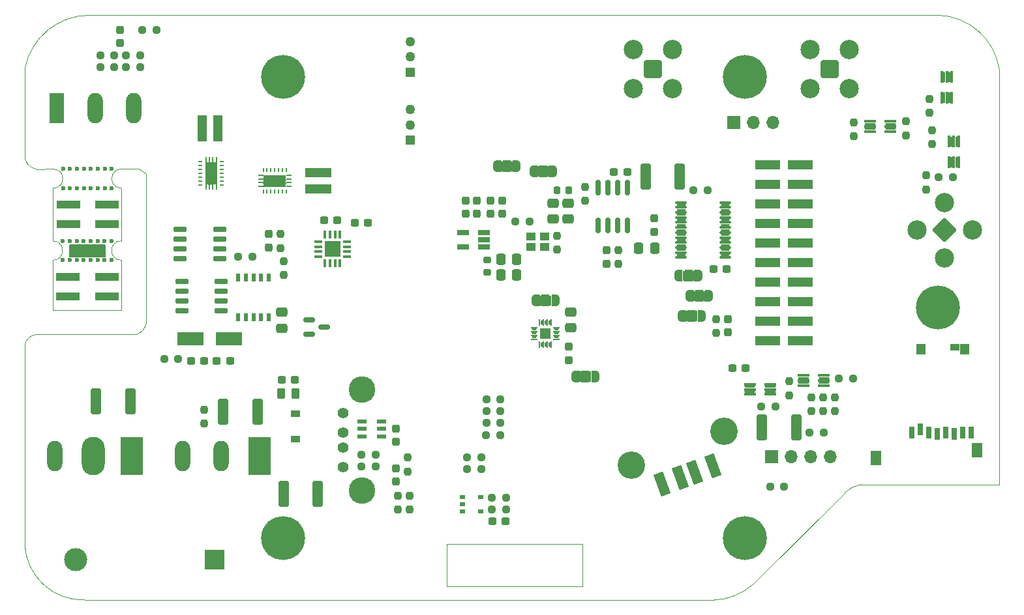
<source format=gbr>
%TF.GenerationSoftware,KiCad,Pcbnew,(6.0.9)*%
%TF.CreationDate,2022-11-23T10:46:28+02:00*%
%TF.ProjectId,Bird_detector_V1,42697264-5f64-4657-9465-63746f725f56,rev?*%
%TF.SameCoordinates,Original*%
%TF.FileFunction,Soldermask,Bot*%
%TF.FilePolarity,Negative*%
%FSLAX46Y46*%
G04 Gerber Fmt 4.6, Leading zero omitted, Abs format (unit mm)*
G04 Created by KiCad (PCBNEW (6.0.9)) date 2022-11-23 10:46:28*
%MOMM*%
%LPD*%
G01*
G04 APERTURE LIST*
G04 Aperture macros list*
%AMRoundRect*
0 Rectangle with rounded corners*
0 $1 Rounding radius*
0 $2 $3 $4 $5 $6 $7 $8 $9 X,Y pos of 4 corners*
0 Add a 4 corners polygon primitive as box body*
4,1,4,$2,$3,$4,$5,$6,$7,$8,$9,$2,$3,0*
0 Add four circle primitives for the rounded corners*
1,1,$1+$1,$2,$3*
1,1,$1+$1,$4,$5*
1,1,$1+$1,$6,$7*
1,1,$1+$1,$8,$9*
0 Add four rect primitives between the rounded corners*
20,1,$1+$1,$2,$3,$4,$5,0*
20,1,$1+$1,$4,$5,$6,$7,0*
20,1,$1+$1,$6,$7,$8,$9,0*
20,1,$1+$1,$8,$9,$2,$3,0*%
%AMRotRect*
0 Rectangle, with rotation*
0 The origin of the aperture is its center*
0 $1 length*
0 $2 width*
0 $3 Rotation angle, in degrees counterclockwise*
0 Add horizontal line*
21,1,$1,$2,0,0,$3*%
%AMFreePoly0*
4,1,22,0.550000,-0.750000,0.000000,-0.750000,0.000000,-0.745033,-0.079941,-0.743568,-0.215256,-0.701293,-0.333266,-0.622738,-0.424486,-0.514219,-0.481581,-0.384460,-0.499164,-0.250000,-0.500000,-0.250000,-0.500000,0.250000,-0.499164,0.250000,-0.499963,0.256109,-0.478152,0.396186,-0.417904,0.524511,-0.324060,0.630769,-0.204165,0.706417,-0.067858,0.745374,0.000000,0.744959,0.000000,0.750000,
0.550000,0.750000,0.550000,-0.750000,0.550000,-0.750000,$1*%
%AMFreePoly1*
4,1,20,0.000000,0.744959,0.073905,0.744508,0.209726,0.703889,0.328688,0.626782,0.421226,0.519385,0.479903,0.390333,0.500000,0.250000,0.500000,-0.250000,0.499851,-0.262216,0.476331,-0.402017,0.414519,-0.529596,0.319384,-0.634700,0.198574,-0.708877,0.061801,-0.746166,0.000000,-0.745033,0.000000,-0.750000,-0.550000,-0.750000,-0.550000,0.750000,0.000000,0.750000,0.000000,0.744959,
0.000000,0.744959,$1*%
G04 Aperture macros list end*
%ADD10C,0.150000*%
%TA.AperFunction,Profile*%
%ADD11C,0.100000*%
%TD*%
%TA.AperFunction,Profile*%
%ADD12C,0.120000*%
%TD*%
%ADD13R,1.980000X3.960000*%
%ADD14O,1.980000X3.960000*%
%ADD15C,0.600000*%
%ADD16C,5.700000*%
%ADD17C,3.600000*%
%ADD18RoundRect,0.200100X-0.949900X0.949900X-0.949900X-0.949900X0.949900X-0.949900X0.949900X0.949900X0*%
%ADD19C,2.500000*%
%ADD20R,3.000000X5.000000*%
%ADD21O,3.000000X5.000000*%
%ADD22RoundRect,0.200100X1.343361X0.000000X0.000000X1.343361X-1.343361X0.000000X0.000000X-1.343361X0*%
%ADD23RoundRect,0.200100X0.949900X-0.949900X0.949900X0.949900X-0.949900X0.949900X-0.949900X-0.949900X0*%
%ADD24R,1.700000X1.700000*%
%ADD25O,1.700000X1.700000*%
%ADD26R,1.275000X1.275000*%
%ADD27C,1.275000*%
%ADD28C,1.400000*%
%ADD29C,3.450000*%
%ADD30R,1.560000X0.650000*%
%ADD31FreePoly0,180.000000*%
%ADD32R,1.000000X1.500000*%
%ADD33FreePoly1,180.000000*%
%ADD34R,1.150000X1.000000*%
%ADD35RoundRect,0.237500X-0.250000X-0.237500X0.250000X-0.237500X0.250000X0.237500X-0.250000X0.237500X0*%
%ADD36RoundRect,0.237500X0.237500X-0.300000X0.237500X0.300000X-0.237500X0.300000X-0.237500X-0.300000X0*%
%ADD37RoundRect,0.237500X0.250000X0.237500X-0.250000X0.237500X-0.250000X-0.237500X0.250000X-0.237500X0*%
%ADD38RoundRect,0.237500X-0.237500X0.250000X-0.237500X-0.250000X0.237500X-0.250000X0.237500X0.250000X0*%
%ADD39RoundRect,0.237500X0.237500X-0.250000X0.237500X0.250000X-0.237500X0.250000X-0.237500X-0.250000X0*%
%ADD40RoundRect,0.062500X0.062500X-0.375000X0.062500X0.375000X-0.062500X0.375000X-0.062500X-0.375000X0*%
%ADD41RoundRect,0.062500X0.375000X-0.062500X0.375000X0.062500X-0.375000X0.062500X-0.375000X-0.062500X0*%
%ADD42R,1.450000X1.450000*%
%ADD43R,1.300000X3.400000*%
%ADD44R,3.180000X1.270000*%
%ADD45RoundRect,0.237500X-0.300000X-0.237500X0.300000X-0.237500X0.300000X0.237500X-0.300000X0.237500X0*%
%ADD46RoundRect,0.250000X-0.475000X0.337500X-0.475000X-0.337500X0.475000X-0.337500X0.475000X0.337500X0*%
%ADD47R,3.150000X1.000000*%
%ADD48RoundRect,0.250000X-0.337500X-0.475000X0.337500X-0.475000X0.337500X0.475000X-0.337500X0.475000X0*%
%ADD49RoundRect,0.237500X0.300000X0.237500X-0.300000X0.237500X-0.300000X-0.237500X0.300000X-0.237500X0*%
%ADD50R,3.500000X1.800000*%
%ADD51RoundRect,0.237500X-0.237500X0.300000X-0.237500X-0.300000X0.237500X-0.300000X0.237500X0.300000X0*%
%ADD52O,0.600000X0.240000*%
%ADD53R,0.200000X0.775000*%
%ADD54R,1.580000X2.850000*%
%ADD55RoundRect,0.250000X-0.400000X-1.450000X0.400000X-1.450000X0.400000X1.450000X-0.400000X1.450000X0*%
%ADD56R,0.700000X0.510000*%
%ADD57R,0.800000X1.500000*%
%ADD58R,1.000000X0.950000*%
%ADD59R,1.300000X1.400000*%
%ADD60R,1.400000X1.900000*%
%ADD61FreePoly0,0.000000*%
%ADD62FreePoly1,0.000000*%
%ADD63R,1.500000X0.400000*%
%ADD64RoundRect,0.250000X0.475000X-0.337500X0.475000X0.337500X-0.475000X0.337500X-0.475000X-0.337500X0*%
%ADD65R,1.150000X0.600000*%
%ADD66RoundRect,0.250000X0.337500X0.475000X-0.337500X0.475000X-0.337500X-0.475000X0.337500X-0.475000X0*%
%ADD67O,0.240000X0.600000*%
%ADD68R,0.775000X0.200000*%
%ADD69R,2.850000X1.580000*%
%ADD70RoundRect,0.150000X0.150000X-0.825000X0.150000X0.825000X-0.150000X0.825000X-0.150000X-0.825000X0*%
%ADD71C,3.000000*%
%ADD72R,2.500000X2.500000*%
%ADD73RoundRect,0.250000X0.400000X1.450000X-0.400000X1.450000X-0.400000X-1.450000X0.400000X-1.450000X0*%
%ADD74R,3.400000X1.300000*%
%ADD75RotRect,1.300000X3.000000X20.000000*%
%ADD76C,3.570000*%
%ADD77RoundRect,0.250000X-0.262500X-0.450000X0.262500X-0.450000X0.262500X0.450000X-0.262500X0.450000X0*%
%ADD78RoundRect,0.150000X0.725000X0.150000X-0.725000X0.150000X-0.725000X-0.150000X0.725000X-0.150000X0*%
%ADD79R,0.400000X1.500000*%
%ADD80R,1.200000X0.900000*%
%ADD81R,0.510000X1.100000*%
%ADD82RoundRect,0.218750X0.256250X-0.218750X0.256250X0.218750X-0.256250X0.218750X-0.256250X-0.218750X0*%
%ADD83RoundRect,0.100000X-0.637500X-0.100000X0.637500X-0.100000X0.637500X0.100000X-0.637500X0.100000X0*%
%ADD84RoundRect,0.150000X-0.587500X-0.150000X0.587500X-0.150000X0.587500X0.150000X-0.587500X0.150000X0*%
%ADD85RoundRect,0.087500X-0.087500X0.425000X-0.087500X-0.425000X0.087500X-0.425000X0.087500X0.425000X0*%
%ADD86RoundRect,0.087500X-0.425000X0.087500X-0.425000X-0.087500X0.425000X-0.087500X0.425000X0.087500X0*%
%ADD87R,2.100000X2.100000*%
%ADD88RoundRect,0.218750X-0.218750X-0.256250X0.218750X-0.256250X0.218750X0.256250X-0.218750X0.256250X0*%
G04 APERTURE END LIST*
D10*
X97383600Y-91897200D02*
X101904800Y-91897200D01*
X101904800Y-91897200D02*
X101904800Y-93370400D01*
X101904800Y-93370400D02*
X97383600Y-93370400D01*
X97383600Y-93370400D02*
X97383600Y-91897200D01*
G36*
X97383600Y-91897200D02*
G01*
X101904800Y-91897200D01*
X101904800Y-93370400D01*
X97383600Y-93370400D01*
X97383600Y-91897200D01*
G37*
D11*
X186000000Y-136000000D02*
X198000000Y-124000000D01*
X91500000Y-69000000D02*
X91500000Y-80000000D01*
X95151800Y-91338400D02*
X95177200Y-84491200D01*
X146253200Y-130683000D02*
X163855400Y-130683000D01*
X163855400Y-130683000D02*
X163855400Y-136220200D01*
X163855400Y-136220200D02*
X146253200Y-136220200D01*
X146253200Y-136220200D02*
X146253200Y-130683000D01*
X107289600Y-82600800D02*
X107289600Y-102000000D01*
X104021800Y-91333000D02*
X104047200Y-84485800D01*
X91500000Y-80000000D02*
G75*
G03*
X93000000Y-82000000I1750000J-250000D01*
G01*
X100000000Y-61999995D02*
G75*
G03*
X91500000Y-69000000I-78860J-8564955D01*
G01*
X95168400Y-100333800D02*
X104038400Y-100333800D01*
X91500000Y-130750000D02*
G75*
G03*
X99250000Y-138000000I7563800J318200D01*
G01*
X95151800Y-93838400D02*
X95168400Y-100333800D01*
X200000005Y-123000022D02*
G75*
G03*
X198000000Y-124000000I865995J-4232078D01*
G01*
X218000000Y-123000000D02*
X218000000Y-69000000D01*
X93000000Y-103500000D02*
X106000000Y-103500000D01*
X106324400Y-81985800D02*
X107289600Y-82600800D01*
X181000000Y-138000013D02*
G75*
G03*
X186000000Y-136000000I-247500J7868713D01*
G01*
X104047200Y-81985800D02*
X106324400Y-81985800D01*
X99250000Y-138000000D02*
X181000000Y-138000000D01*
X104021800Y-93833000D02*
X104038400Y-100333800D01*
X91500000Y-130750000D02*
X91500000Y-105000000D01*
X105999998Y-103499995D02*
G75*
G03*
X107289600Y-102000000I-654198J1866795D01*
G01*
X93000000Y-82000000D02*
X95177200Y-81991200D01*
X218000000Y-123000000D02*
X200000000Y-123000000D01*
X218000023Y-68999996D02*
G75*
G03*
X210000000Y-62000000I-8171123J-1267004D01*
G01*
X210000000Y-62000000D02*
X100000000Y-62000000D01*
X93000000Y-103500000D02*
G75*
G03*
X91500000Y-105000000I143800J-1643800D01*
G01*
D10*
X97383600Y-91897200D02*
X101904800Y-91897200D01*
X101904800Y-91897200D02*
X101904800Y-93370400D01*
X101904800Y-93370400D02*
X97383600Y-93370400D01*
X97383600Y-93370400D02*
X97383600Y-91897200D01*
G36*
X97383600Y-91897200D02*
G01*
X101904800Y-91897200D01*
X101904800Y-93370400D01*
X97383600Y-93370400D01*
X97383600Y-91897200D01*
G37*
D11*
X186000000Y-136000000D02*
X198000000Y-124000000D01*
X91500000Y-69000000D02*
X91500000Y-80000000D01*
X95151800Y-91338400D02*
X95177200Y-84491200D01*
X146253200Y-130683000D02*
X163855400Y-130683000D01*
X163855400Y-130683000D02*
X163855400Y-136220200D01*
X163855400Y-136220200D02*
X146253200Y-136220200D01*
X146253200Y-136220200D02*
X146253200Y-130683000D01*
X107289600Y-82600800D02*
X107289600Y-102000000D01*
X104021800Y-91333000D02*
X104047200Y-84485800D01*
X91500000Y-80000000D02*
G75*
G03*
X93000000Y-82000000I1750000J-250000D01*
G01*
X100000000Y-61999995D02*
G75*
G03*
X91500000Y-69000000I-78860J-8564955D01*
G01*
X95168400Y-100333800D02*
X104038400Y-100333800D01*
X91500000Y-130750000D02*
G75*
G03*
X99250000Y-138000000I7563800J318200D01*
G01*
X95151800Y-93838400D02*
X95168400Y-100333800D01*
X200000005Y-123000022D02*
G75*
G03*
X198000000Y-124000000I865995J-4232078D01*
G01*
X218000000Y-123000000D02*
X218000000Y-69000000D01*
X93000000Y-103500000D02*
X106000000Y-103500000D01*
X106324400Y-81985800D02*
X107289600Y-82600800D01*
X181000000Y-138000013D02*
G75*
G03*
X186000000Y-136000000I-247500J7868713D01*
G01*
X104047200Y-81985800D02*
X106324400Y-81985800D01*
X99250000Y-138000000D02*
X181000000Y-138000000D01*
X104021800Y-93833000D02*
X104038400Y-100333800D01*
X91500000Y-130750000D02*
X91500000Y-105000000D01*
X105999998Y-103499995D02*
G75*
G03*
X107289600Y-102000000I-654198J1866795D01*
G01*
X93000000Y-82000000D02*
X95177200Y-81991200D01*
X218000000Y-123000000D02*
X200000000Y-123000000D01*
X218000023Y-68999996D02*
G75*
G03*
X210000000Y-62000000I-8171123J-1267004D01*
G01*
X210000000Y-62000000D02*
X100000000Y-62000000D01*
X93000000Y-103500000D02*
G75*
G03*
X91500000Y-105000000I143800J-1643800D01*
G01*
D12*
%TO.C,FID11*%
X95151800Y-93838400D02*
G75*
G03*
X95151800Y-91338400I0J1250000D01*
G01*
X104021800Y-91333000D02*
G75*
G03*
X104021800Y-93833000I0J-1250000D01*
G01*
%TO.C,FID12*%
X104047200Y-81985800D02*
G75*
G03*
X104047200Y-84485800I0J-1250000D01*
G01*
X95177200Y-84491200D02*
G75*
G03*
X95177200Y-81991200I0J1250000D01*
G01*
%TD*%
D13*
%TO.C,J7*%
X95656400Y-74091800D03*
D14*
X100656400Y-74091800D03*
X105656400Y-74091800D03*
%TD*%
D15*
%TO.C,FID11*%
X98251800Y-91338400D03*
X100951800Y-91338400D03*
X100051800Y-93827600D03*
X100051800Y-91338400D03*
X102751800Y-91338400D03*
X96451800Y-91338400D03*
X100951800Y-93827600D03*
X97351800Y-91338400D03*
X99151800Y-93827600D03*
X102751800Y-93827600D03*
X96451800Y-93827600D03*
X97351800Y-93827600D03*
X101851800Y-91338400D03*
X98251800Y-93827600D03*
X99151800Y-91338400D03*
X101851800Y-93827600D03*
%TD*%
%TO.C,FID12*%
X101877200Y-84480400D03*
X98277200Y-84480400D03*
X97377200Y-81991200D03*
X99177200Y-84480400D03*
X99177200Y-81991200D03*
X100077200Y-81991200D03*
X97377200Y-84480400D03*
X98277200Y-81991200D03*
X102777200Y-81991200D03*
X100077200Y-84480400D03*
X96477200Y-81991200D03*
X102777200Y-84480400D03*
X101877200Y-81991200D03*
X100977200Y-84480400D03*
X96477200Y-84480400D03*
X100977200Y-81991200D03*
%TD*%
D16*
%TO.C,H3*%
X210000000Y-100000000D03*
D17*
X210000000Y-100000000D03*
%TD*%
D16*
%TO.C,H5*%
X125000000Y-70000000D03*
D17*
X125000000Y-70000000D03*
%TD*%
D18*
%TO.C,J4*%
X196000000Y-69000000D03*
D19*
X193460000Y-66460000D03*
X198540000Y-66460000D03*
X198540000Y-71540000D03*
X193460000Y-71540000D03*
%TD*%
D20*
%TO.C,J14*%
X105410000Y-119278400D03*
D21*
X100410000Y-119278400D03*
D14*
X95410000Y-119278400D03*
%TD*%
D22*
%TO.C,J5*%
X210896200Y-89941400D03*
D19*
X210896200Y-86349298D03*
X214488302Y-89941400D03*
X210896200Y-93533502D03*
X207304098Y-89941400D03*
%TD*%
D23*
%TO.C,J2*%
X173000000Y-69000000D03*
D19*
X175540000Y-66460000D03*
X170460000Y-66460000D03*
X175540000Y-71540000D03*
X170460000Y-71540000D03*
%TD*%
D16*
%TO.C,H1*%
X125000000Y-130000000D03*
D17*
X125000000Y-130000000D03*
%TD*%
D24*
%TO.C,JP1*%
X183504600Y-75946000D03*
D25*
X186044600Y-75946000D03*
X188584600Y-75946000D03*
%TD*%
D26*
%TO.C,J9*%
X141579600Y-69418200D03*
D27*
X141579600Y-67418200D03*
X141579600Y-65418200D03*
%TD*%
D28*
%TO.C,J13*%
X132838500Y-120721000D03*
X132838500Y-118221000D03*
X132838500Y-116221000D03*
X132838500Y-113721000D03*
D29*
X135238500Y-123791000D03*
X135238500Y-110651000D03*
%TD*%
D16*
%TO.C,H4*%
X185000000Y-70000000D03*
D17*
X185000000Y-70000000D03*
%TD*%
D20*
%TO.C,J11*%
X121996200Y-119303800D03*
D14*
X116996200Y-119303800D03*
X111996200Y-119303800D03*
%TD*%
D17*
%TO.C,H2*%
X185000000Y-130000000D03*
D16*
X185000000Y-130000000D03*
%TD*%
D26*
%TO.C,J8*%
X141579600Y-78257400D03*
D27*
X141579600Y-76257400D03*
X141579600Y-74257400D03*
%TD*%
D24*
%TO.C,J3*%
X188468000Y-119380000D03*
D25*
X191008000Y-119380000D03*
X193548000Y-119380000D03*
X196088000Y-119380000D03*
%TD*%
D30*
%TO.C,U10*%
X151083000Y-90236000D03*
X151083000Y-91186000D03*
X151083000Y-92136000D03*
X148383000Y-92136000D03*
X148383000Y-90236000D03*
%TD*%
D31*
%TO.C,JP3*%
X155376400Y-81635600D03*
D32*
X154076400Y-81635600D03*
D33*
X152776400Y-81635600D03*
%TD*%
D34*
%TO.C,Y1*%
X158990000Y-92140000D03*
X157240000Y-92140000D03*
X157240000Y-90740000D03*
X158990000Y-90740000D03*
%TD*%
D35*
%TO.C,R100*%
X101297100Y-68783200D03*
X103122100Y-68783200D03*
%TD*%
D36*
%TO.C,C5*%
X173202600Y-90143500D03*
X173202600Y-88418500D03*
%TD*%
D37*
%TO.C,R94*%
X150772500Y-119456200D03*
X148947500Y-119456200D03*
%TD*%
D38*
%TO.C,R97*%
X168554400Y-92505700D03*
X168554400Y-94330700D03*
%TD*%
D37*
%TO.C,R16*%
X153971000Y-126238000D03*
X152146000Y-126238000D03*
%TD*%
D39*
%TO.C,R11*%
X208483200Y-84656300D03*
X208483200Y-82831300D03*
%TD*%
D40*
%TO.C,U19*%
X159830200Y-104790100D03*
X159330200Y-104790100D03*
X158830200Y-104790100D03*
X158330200Y-104790100D03*
D41*
X157642700Y-104102600D03*
X157642700Y-103602600D03*
X157642700Y-103102600D03*
X157642700Y-102602600D03*
D40*
X158330200Y-101915100D03*
X158830200Y-101915100D03*
X159330200Y-101915100D03*
X159830200Y-101915100D03*
D41*
X160517700Y-102602600D03*
X160517700Y-103102600D03*
X160517700Y-103602600D03*
X160517700Y-104102600D03*
D42*
X159080200Y-103352600D03*
%TD*%
D39*
%TO.C,R70*%
X124714000Y-92249000D03*
X124714000Y-90424000D03*
%TD*%
D43*
%TO.C,L3*%
X116594600Y-76682600D03*
X114494600Y-76682600D03*
%TD*%
D44*
%TO.C,J15*%
X192153500Y-81407000D03*
X187963500Y-81407000D03*
X192153500Y-83947000D03*
X187963500Y-83947000D03*
X192153500Y-86487000D03*
X187963500Y-86487000D03*
X192153500Y-89027000D03*
X187963500Y-89027000D03*
X192153500Y-91567000D03*
X187963500Y-91567000D03*
X192153500Y-94107000D03*
X187963500Y-94107000D03*
X192153500Y-96647000D03*
X187963500Y-96647000D03*
X192153500Y-99187000D03*
X187963500Y-99187000D03*
X192153500Y-101727000D03*
X187963500Y-101727000D03*
X192153500Y-104267000D03*
X187963500Y-104267000D03*
%TD*%
D37*
%TO.C,R36*%
X153236300Y-111891600D03*
X151411300Y-111891600D03*
%TD*%
D45*
%TO.C,C44*%
X124867500Y-109347000D03*
X126592500Y-109347000D03*
%TD*%
D37*
%TO.C,R38*%
X108608500Y-63957200D03*
X106783500Y-63957200D03*
%TD*%
D39*
%TO.C,R9*%
X208915000Y-74699500D03*
X208915000Y-72874500D03*
%TD*%
D46*
%TO.C,C6*%
X160070800Y-86403900D03*
X160070800Y-88478900D03*
%TD*%
D47*
%TO.C,J20*%
X102148200Y-96032000D03*
X97098200Y-96032000D03*
X102148200Y-98572000D03*
X97098200Y-98572000D03*
%TD*%
D48*
%TO.C,C35*%
X153292900Y-93726000D03*
X155367900Y-93726000D03*
%TD*%
D49*
%TO.C,C67*%
X182599500Y-94996000D03*
X180874500Y-94996000D03*
%TD*%
D37*
%TO.C,R37*%
X103126000Y-67259200D03*
X101301000Y-67259200D03*
%TD*%
D50*
%TO.C,D11*%
X112993800Y-104063800D03*
X117993800Y-104063800D03*
%TD*%
D51*
%TO.C,C52*%
X123190000Y-90450500D03*
X123190000Y-92175500D03*
%TD*%
D38*
%TO.C,R26*%
X141224000Y-119460000D03*
X141224000Y-121285000D03*
%TD*%
D31*
%TO.C,JP7*%
X179349400Y-101092000D03*
D32*
X178049400Y-101092000D03*
D33*
X176749400Y-101092000D03*
%TD*%
D37*
%TO.C,R8*%
X211986500Y-83058000D03*
X210161500Y-83058000D03*
%TD*%
%TO.C,R79*%
X180136800Y-84785200D03*
X178311800Y-84785200D03*
%TD*%
D52*
%TO.C,U17*%
X114288400Y-84050000D03*
X114288400Y-83550000D03*
D53*
X115458400Y-80737000D03*
X115918400Y-80737000D03*
X116378400Y-80737000D03*
X114998400Y-84363000D03*
X115918400Y-84363000D03*
X115458400Y-84363000D03*
X116378400Y-84363000D03*
D54*
X115688400Y-82550000D03*
D53*
X114998400Y-80737000D03*
D52*
X114288400Y-83050000D03*
X114288400Y-82550000D03*
X114288400Y-82050000D03*
X114288400Y-81550000D03*
X114288400Y-81050000D03*
X117088400Y-81050000D03*
X117088400Y-81550000D03*
X117088400Y-82050000D03*
X117088400Y-82550000D03*
X117088400Y-83050000D03*
X117088400Y-83550000D03*
X117088400Y-84050000D03*
%TD*%
D47*
%TO.C,J19*%
X102186984Y-86595784D03*
X97136984Y-86595784D03*
X102186984Y-89135784D03*
X97136984Y-89135784D03*
%TD*%
D55*
%TO.C,TH1*%
X172069800Y-83007200D03*
X176519800Y-83007200D03*
%TD*%
D38*
%TO.C,R2*%
X190754000Y-109577500D03*
X190754000Y-111402500D03*
%TD*%
D56*
%TO.C,U6*%
X148344400Y-126527600D03*
X148344400Y-125577600D03*
X148344400Y-124627600D03*
X150664400Y-124627600D03*
X150664400Y-126527600D03*
%TD*%
D35*
%TO.C,R15*%
X152122500Y-124714000D03*
X153947500Y-124714000D03*
%TD*%
D38*
%TO.C,R10*%
X209296000Y-76938500D03*
X209296000Y-78763500D03*
%TD*%
D57*
%TO.C,J10*%
X206615400Y-116234400D03*
X207715400Y-115834400D03*
X208815400Y-116234400D03*
X209915400Y-116434400D03*
X211015400Y-116234400D03*
X212115400Y-116434400D03*
X213215400Y-116234400D03*
X214315400Y-116234400D03*
D58*
X212115400Y-105148400D03*
D59*
X207805400Y-105374400D03*
X213505400Y-105374400D03*
D60*
X215105400Y-118523400D03*
X201955400Y-119523400D03*
%TD*%
D38*
%TO.C,R96*%
X181254400Y-101474900D03*
X181254400Y-103299900D03*
%TD*%
D35*
%TO.C,R14*%
X187096400Y-112826800D03*
X188921400Y-112826800D03*
%TD*%
D61*
%TO.C,JP4*%
X157500800Y-82296000D03*
D32*
X158800800Y-82296000D03*
D62*
X160100800Y-82296000D03*
%TD*%
D39*
%TO.C,R33*%
X125095000Y-95781500D03*
X125095000Y-93956500D03*
%TD*%
D63*
%TO.C,Q5*%
X201235000Y-77104000D03*
X201235000Y-76454000D03*
X201235000Y-75804000D03*
X203895000Y-75804000D03*
X203895000Y-76454000D03*
X203895000Y-77104000D03*
%TD*%
D31*
%TO.C,JP2*%
X165561800Y-108940600D03*
D32*
X164261800Y-108940600D03*
D33*
X162961800Y-108940600D03*
%TD*%
D64*
%TO.C,C78*%
X162407600Y-102637500D03*
X162407600Y-100562500D03*
%TD*%
D51*
%TO.C,C76*%
X162077400Y-105106300D03*
X162077400Y-106831300D03*
%TD*%
D63*
%TO.C,Q2*%
X195259000Y-108824000D03*
X195259000Y-109474000D03*
X195259000Y-110124000D03*
X192599000Y-110124000D03*
X192599000Y-109474000D03*
X192599000Y-108824000D03*
%TD*%
D46*
%TO.C,C19*%
X162052000Y-86403900D03*
X162052000Y-88478900D03*
%TD*%
D45*
%TO.C,C74*%
X116409300Y-106934000D03*
X118134300Y-106934000D03*
%TD*%
D65*
%TO.C,D17*%
X137850400Y-114823200D03*
X137850400Y-115773200D03*
X137850400Y-116723200D03*
X135250400Y-116723200D03*
X135250400Y-115773200D03*
X135250400Y-114823200D03*
%TD*%
D37*
%TO.C,R29*%
X137056500Y-120650000D03*
X135231500Y-120650000D03*
%TD*%
D66*
%TO.C,C4*%
X173249500Y-92303600D03*
X171174500Y-92303600D03*
%TD*%
D36*
%TO.C,C24*%
X103886000Y-65632500D03*
X103886000Y-63907500D03*
%TD*%
D37*
%TO.C,R101*%
X106474900Y-68783200D03*
X104649900Y-68783200D03*
%TD*%
D51*
%TO.C,C37*%
X150215600Y-86107100D03*
X150215600Y-87832100D03*
%TD*%
%TO.C,C31*%
X167055800Y-92557600D03*
X167055800Y-94282600D03*
%TD*%
D31*
%TO.C,JP8*%
X178973000Y-95859600D03*
D32*
X177673000Y-95859600D03*
D33*
X176373000Y-95859600D03*
%TD*%
D35*
%TO.C,R77*%
X188266700Y-123291600D03*
X190091700Y-123291600D03*
%TD*%
D51*
%TO.C,C38*%
X148742400Y-86107100D03*
X148742400Y-87832100D03*
%TD*%
D67*
%TO.C,U16*%
X122452000Y-82132000D03*
D68*
X122139000Y-83762000D03*
X125765000Y-82842000D03*
X125765000Y-83762000D03*
X125765000Y-84222000D03*
X125765000Y-83302000D03*
D67*
X122952000Y-82132000D03*
D69*
X123952000Y-83532000D03*
D68*
X122139000Y-84222000D03*
X122139000Y-83302000D03*
X122139000Y-82842000D03*
D67*
X123452000Y-82132000D03*
X123952000Y-82132000D03*
X124452000Y-82132000D03*
X124952000Y-82132000D03*
X125452000Y-82132000D03*
X125452000Y-84932000D03*
X124952000Y-84932000D03*
X124452000Y-84932000D03*
X123952000Y-84932000D03*
X123452000Y-84932000D03*
X122952000Y-84932000D03*
X122452000Y-84932000D03*
%TD*%
D38*
%TO.C,R76*%
X164261800Y-84304500D03*
X164261800Y-86129500D03*
%TD*%
D63*
%TO.C,Q4*%
X188274000Y-109967000D03*
X188274000Y-110617000D03*
X188274000Y-111267000D03*
X185614000Y-111267000D03*
X185614000Y-110617000D03*
X185614000Y-109967000D03*
%TD*%
D38*
%TO.C,R32*%
X139903200Y-124436500D03*
X139903200Y-126261500D03*
%TD*%
D70*
%TO.C,U9*%
X169748200Y-89343000D03*
X168478200Y-89343000D03*
X167208200Y-89343000D03*
X165938200Y-89343000D03*
X165938200Y-84393000D03*
X167208200Y-84393000D03*
X168478200Y-84393000D03*
X169748200Y-84393000D03*
%TD*%
D37*
%TO.C,R80*%
X195222500Y-116281200D03*
X193397500Y-116281200D03*
%TD*%
D39*
%TO.C,R46*%
X160629600Y-92479500D03*
X160629600Y-90654500D03*
%TD*%
D37*
%TO.C,R39*%
X106482600Y-67259200D03*
X104657600Y-67259200D03*
%TD*%
D49*
%TO.C,C80*%
X169721700Y-82346800D03*
X167996700Y-82346800D03*
%TD*%
D35*
%TO.C,R35*%
X151385900Y-116590600D03*
X153210900Y-116590600D03*
%TD*%
D38*
%TO.C,R4*%
X195118200Y-111660300D03*
X195118200Y-113485300D03*
%TD*%
D45*
%TO.C,C75*%
X152197900Y-127787400D03*
X153922900Y-127787400D03*
%TD*%
D38*
%TO.C,R21*%
X199136000Y-75922500D03*
X199136000Y-77747500D03*
%TD*%
D71*
%TO.C,C82*%
X98137200Y-132791200D03*
D72*
X116137200Y-132791200D03*
%TD*%
D49*
%TO.C,C10*%
X185063300Y-107848400D03*
X183338300Y-107848400D03*
%TD*%
D73*
%TO.C,F2*%
X129545000Y-124180600D03*
X125095000Y-124180600D03*
%TD*%
D51*
%TO.C,C18*%
X139700000Y-120904000D03*
X139700000Y-122629000D03*
%TD*%
D38*
%TO.C,R19*%
X205867000Y-75795500D03*
X205867000Y-77620500D03*
%TD*%
D74*
%TO.C,L2*%
X129581200Y-84546600D03*
X129581200Y-82446600D03*
%TD*%
D75*
%TO.C,J6*%
X174206982Y-122973033D03*
X176556214Y-122117982D03*
X178435599Y-121433942D03*
X180784831Y-120578892D03*
D76*
X170216399Y-120488028D03*
X182244465Y-116110171D03*
%TD*%
D55*
%TO.C,F3*%
X100772000Y-112141000D03*
X105222000Y-112141000D03*
%TD*%
D36*
%TO.C,C16*%
X182778400Y-103249900D03*
X182778400Y-101524900D03*
%TD*%
D38*
%TO.C,R18*%
X196621400Y-111658400D03*
X196621400Y-113483400D03*
%TD*%
D64*
%TO.C,C48*%
X124865300Y-102664000D03*
X124865300Y-100589000D03*
%TD*%
D77*
%TO.C,R61*%
X124817500Y-111125000D03*
X126642500Y-111125000D03*
%TD*%
D78*
%TO.C,Q7*%
X117026300Y-96596200D03*
X117026300Y-97866200D03*
X117026300Y-99136200D03*
X117026300Y-100406200D03*
X111876300Y-100406200D03*
X111876300Y-99136200D03*
X111876300Y-97866200D03*
X111876300Y-96596200D03*
%TD*%
D79*
%TO.C,Q3*%
X212740000Y-81086000D03*
X212090000Y-81086000D03*
X211440000Y-81086000D03*
X211440000Y-78426000D03*
X212090000Y-78426000D03*
X212740000Y-78426000D03*
%TD*%
D37*
%TO.C,R49*%
X156995500Y-88850300D03*
X155170500Y-88850300D03*
%TD*%
%TO.C,R63*%
X111427900Y-106654600D03*
X109602900Y-106654600D03*
%TD*%
%TO.C,R108*%
X153236300Y-113436400D03*
X151411300Y-113436400D03*
%TD*%
D45*
%TO.C,C51*%
X113056500Y-106934000D03*
X114781500Y-106934000D03*
%TD*%
D79*
%TO.C,Q1*%
X210551000Y-70044000D03*
X211201000Y-70044000D03*
X211851000Y-70044000D03*
X211851000Y-72704000D03*
X211201000Y-72704000D03*
X210551000Y-72704000D03*
%TD*%
D39*
%TO.C,R3*%
X193573400Y-113483400D03*
X193573400Y-111658400D03*
%TD*%
D80*
%TO.C,D12*%
X126644400Y-113793000D03*
X126644400Y-117093000D03*
%TD*%
D55*
%TO.C,F1*%
X117282000Y-113538000D03*
X121732000Y-113538000D03*
%TD*%
D81*
%TO.C,U12*%
X119182300Y-96129000D03*
X120182300Y-96129000D03*
X121182300Y-96129000D03*
X122182300Y-96129000D03*
X123182300Y-96129000D03*
X123182300Y-101229000D03*
X122182300Y-101229000D03*
X121182300Y-101229000D03*
X120182300Y-101229000D03*
X119182300Y-101229000D03*
%TD*%
D55*
%TO.C,TH2*%
X187182800Y-115570000D03*
X191632800Y-115570000D03*
%TD*%
D78*
%TO.C,Q9*%
X116783000Y-89789000D03*
X116783000Y-91059000D03*
X116783000Y-92329000D03*
X116783000Y-93599000D03*
X111633000Y-93599000D03*
X111633000Y-92329000D03*
X111633000Y-91059000D03*
X111633000Y-89789000D03*
%TD*%
D37*
%TO.C,R68*%
X121028000Y-93421200D03*
X119203000Y-93421200D03*
%TD*%
D82*
%TO.C,L5*%
X151536400Y-95377100D03*
X151536400Y-93802100D03*
%TD*%
D45*
%TO.C,C54*%
X134316300Y-89001600D03*
X136041300Y-89001600D03*
%TD*%
D31*
%TO.C,JP9*%
X180344600Y-98475800D03*
D32*
X179044600Y-98475800D03*
D33*
X177744600Y-98475800D03*
%TD*%
D61*
%TO.C,JP10*%
X157780200Y-99085400D03*
D32*
X159080200Y-99085400D03*
D62*
X160380200Y-99085400D03*
%TD*%
D48*
%TO.C,C34*%
X153292900Y-95758000D03*
X155367900Y-95758000D03*
%TD*%
D38*
%TO.C,R67*%
X114808000Y-113260500D03*
X114808000Y-115085500D03*
%TD*%
D83*
%TO.C,U18*%
X176715500Y-93491000D03*
X176715500Y-92841000D03*
X176715500Y-92191000D03*
X176715500Y-91541000D03*
X176715500Y-90891000D03*
X176715500Y-90241000D03*
X176715500Y-89591000D03*
X176715500Y-88941000D03*
X176715500Y-88291000D03*
X176715500Y-87641000D03*
X176715500Y-86991000D03*
X176715500Y-86341000D03*
X182440500Y-86341000D03*
X182440500Y-86991000D03*
X182440500Y-87641000D03*
X182440500Y-88291000D03*
X182440500Y-88941000D03*
X182440500Y-89591000D03*
X182440500Y-90241000D03*
X182440500Y-90891000D03*
X182440500Y-91541000D03*
X182440500Y-92191000D03*
X182440500Y-92841000D03*
X182440500Y-93491000D03*
%TD*%
D84*
%TO.C,U15*%
X128450100Y-103487900D03*
X128450100Y-101587900D03*
X130325100Y-102537900D03*
%TD*%
D85*
%TO.C,U14*%
X130470000Y-90542700D03*
X131120000Y-90542700D03*
X131770000Y-90542700D03*
X132420000Y-90542700D03*
D86*
X133307500Y-91430200D03*
X133307500Y-92080200D03*
X133307500Y-92730200D03*
X133307500Y-93380200D03*
D85*
X132420000Y-94267700D03*
X131770000Y-94267700D03*
X131120000Y-94267700D03*
X130470000Y-94267700D03*
D86*
X129582500Y-93380200D03*
X129582500Y-92730200D03*
X129582500Y-92080200D03*
X129582500Y-91430200D03*
D87*
X131445000Y-92405200D03*
%TD*%
D51*
%TO.C,C36*%
X153466800Y-86107100D03*
X153466800Y-87832100D03*
%TD*%
D37*
%TO.C,R95*%
X150772500Y-120954800D03*
X148947500Y-120954800D03*
%TD*%
D88*
%TO.C,L4*%
X160578600Y-84785200D03*
X162153600Y-84785200D03*
%TD*%
D51*
%TO.C,C40*%
X151942800Y-86107100D03*
X151942800Y-87832100D03*
%TD*%
D35*
%TO.C,R28*%
X135231500Y-119126000D03*
X137056500Y-119126000D03*
%TD*%
%TO.C,R107*%
X151404700Y-115006600D03*
X153229700Y-115006600D03*
%TD*%
D36*
%TO.C,C17*%
X139649200Y-117473900D03*
X139649200Y-115748900D03*
%TD*%
D38*
%TO.C,R31*%
X141478000Y-124436500D03*
X141478000Y-126261500D03*
%TD*%
D45*
%TO.C,C56*%
X130328500Y-88646000D03*
X132053500Y-88646000D03*
%TD*%
D35*
%TO.C,R1*%
X197207500Y-109245400D03*
X199032500Y-109245400D03*
%TD*%
G36*
X189013326Y-110816000D02*
G01*
X189013326Y-110818000D01*
X189012521Y-110818772D01*
X188949480Y-110851748D01*
X188914509Y-110913157D01*
X188918291Y-110983721D01*
X188959656Y-111041088D01*
X189012412Y-111065181D01*
X189013572Y-111066810D01*
X189012741Y-111068629D01*
X189011581Y-111069000D01*
X187536406Y-111069000D01*
X187534674Y-111068000D01*
X187534674Y-111066000D01*
X187535479Y-111065228D01*
X187598520Y-111032252D01*
X187633491Y-110970843D01*
X187629709Y-110900279D01*
X187588344Y-110842912D01*
X187535588Y-110818819D01*
X187534428Y-110817190D01*
X187535259Y-110815371D01*
X187536419Y-110815000D01*
X189011594Y-110815000D01*
X189013326Y-110816000D01*
G37*
G36*
X186353326Y-110816000D02*
G01*
X186353326Y-110818000D01*
X186352521Y-110818772D01*
X186289480Y-110851748D01*
X186254509Y-110913157D01*
X186258291Y-110983721D01*
X186299656Y-111041088D01*
X186352412Y-111065181D01*
X186353572Y-111066810D01*
X186352741Y-111068629D01*
X186351581Y-111069000D01*
X184876406Y-111069000D01*
X184874674Y-111068000D01*
X184874674Y-111066000D01*
X184875479Y-111065228D01*
X184938520Y-111032252D01*
X184973491Y-110970843D01*
X184969709Y-110900279D01*
X184928344Y-110842912D01*
X184875588Y-110818819D01*
X184874428Y-110817190D01*
X184875259Y-110815371D01*
X184876419Y-110815000D01*
X186351594Y-110815000D01*
X186353326Y-110816000D01*
G37*
G36*
X186353326Y-110166000D02*
G01*
X186353326Y-110168000D01*
X186352521Y-110168772D01*
X186289480Y-110201748D01*
X186254509Y-110263157D01*
X186258291Y-110333721D01*
X186299656Y-110391088D01*
X186352412Y-110415181D01*
X186353572Y-110416810D01*
X186352741Y-110418629D01*
X186351581Y-110419000D01*
X184876406Y-110419000D01*
X184874674Y-110418000D01*
X184874674Y-110416000D01*
X184875479Y-110415228D01*
X184938520Y-110382252D01*
X184973491Y-110320843D01*
X184969709Y-110250279D01*
X184928344Y-110192912D01*
X184875588Y-110168819D01*
X184874428Y-110167190D01*
X184875259Y-110165371D01*
X184876419Y-110165000D01*
X186351594Y-110165000D01*
X186353326Y-110166000D01*
G37*
G36*
X189013326Y-110166000D02*
G01*
X189013326Y-110168000D01*
X189012521Y-110168772D01*
X188949480Y-110201748D01*
X188914509Y-110263157D01*
X188918291Y-110333721D01*
X188959656Y-110391088D01*
X189012412Y-110415181D01*
X189013572Y-110416810D01*
X189012741Y-110418629D01*
X189011581Y-110419000D01*
X187536406Y-110419000D01*
X187534674Y-110418000D01*
X187534674Y-110416000D01*
X187535479Y-110415228D01*
X187598520Y-110382252D01*
X187633491Y-110320843D01*
X187629709Y-110250279D01*
X187588344Y-110192912D01*
X187535588Y-110168819D01*
X187534428Y-110167190D01*
X187535259Y-110165371D01*
X187536419Y-110165000D01*
X189011594Y-110165000D01*
X189013326Y-110166000D01*
G37*
G36*
X195998326Y-109673000D02*
G01*
X195998326Y-109675000D01*
X195997521Y-109675772D01*
X195934480Y-109708748D01*
X195899509Y-109770157D01*
X195903291Y-109840721D01*
X195944656Y-109898088D01*
X195997412Y-109922181D01*
X195998572Y-109923810D01*
X195997741Y-109925629D01*
X195996581Y-109926000D01*
X194521406Y-109926000D01*
X194519674Y-109925000D01*
X194519674Y-109923000D01*
X194520479Y-109922228D01*
X194583520Y-109889252D01*
X194618491Y-109827843D01*
X194614709Y-109757279D01*
X194573344Y-109699912D01*
X194520588Y-109675819D01*
X194519428Y-109674190D01*
X194520259Y-109672371D01*
X194521419Y-109672000D01*
X195996594Y-109672000D01*
X195998326Y-109673000D01*
G37*
G36*
X193338326Y-109673000D02*
G01*
X193338326Y-109675000D01*
X193337521Y-109675772D01*
X193274480Y-109708748D01*
X193239509Y-109770157D01*
X193243291Y-109840721D01*
X193284656Y-109898088D01*
X193337412Y-109922181D01*
X193338572Y-109923810D01*
X193337741Y-109925629D01*
X193336581Y-109926000D01*
X191861406Y-109926000D01*
X191859674Y-109925000D01*
X191859674Y-109923000D01*
X191860479Y-109922228D01*
X191923520Y-109889252D01*
X191958491Y-109827843D01*
X191954709Y-109757279D01*
X191913344Y-109699912D01*
X191860588Y-109675819D01*
X191859428Y-109674190D01*
X191860259Y-109672371D01*
X191861419Y-109672000D01*
X193336594Y-109672000D01*
X193338326Y-109673000D01*
G37*
G36*
X165013429Y-108201859D02*
G01*
X165013800Y-108203019D01*
X165013800Y-109678197D01*
X165012800Y-109679929D01*
X165010800Y-109679929D01*
X165010028Y-109679124D01*
X164977051Y-109616081D01*
X164915642Y-109581110D01*
X164845078Y-109584893D01*
X164787711Y-109626260D01*
X164763619Y-109679015D01*
X164761990Y-109680175D01*
X164760171Y-109679344D01*
X164759800Y-109678184D01*
X164759800Y-108203006D01*
X164760800Y-108201274D01*
X164762800Y-108201274D01*
X164763572Y-108202079D01*
X164796548Y-108265120D01*
X164857957Y-108300091D01*
X164928521Y-108296309D01*
X164985888Y-108254944D01*
X165009981Y-108202188D01*
X165011610Y-108201028D01*
X165013429Y-108201859D01*
G37*
G36*
X163763429Y-108201856D02*
G01*
X163763800Y-108203016D01*
X163763800Y-109678194D01*
X163762800Y-109679926D01*
X163760800Y-109679926D01*
X163760028Y-109679121D01*
X163727052Y-109616080D01*
X163665643Y-109581109D01*
X163595079Y-109584891D01*
X163537712Y-109626256D01*
X163513619Y-109679012D01*
X163511990Y-109680172D01*
X163510171Y-109679341D01*
X163509800Y-109678181D01*
X163509800Y-108203003D01*
X163510800Y-108201271D01*
X163512800Y-108201271D01*
X163513572Y-108202076D01*
X163546549Y-108265119D01*
X163607958Y-108300090D01*
X163678522Y-108296307D01*
X163735889Y-108254940D01*
X163759981Y-108202185D01*
X163761610Y-108201025D01*
X163763429Y-108201856D01*
G37*
G36*
X195998326Y-109023000D02*
G01*
X195998326Y-109025000D01*
X195997521Y-109025772D01*
X195934480Y-109058748D01*
X195899509Y-109120157D01*
X195903291Y-109190721D01*
X195944656Y-109248088D01*
X195997412Y-109272181D01*
X195998572Y-109273810D01*
X195997741Y-109275629D01*
X195996581Y-109276000D01*
X194521406Y-109276000D01*
X194519674Y-109275000D01*
X194519674Y-109273000D01*
X194520479Y-109272228D01*
X194583520Y-109239252D01*
X194618491Y-109177843D01*
X194614709Y-109107279D01*
X194573344Y-109049912D01*
X194520588Y-109025819D01*
X194519428Y-109024190D01*
X194520259Y-109022371D01*
X194521419Y-109022000D01*
X195996594Y-109022000D01*
X195998326Y-109023000D01*
G37*
G36*
X193338326Y-109023000D02*
G01*
X193338326Y-109025000D01*
X193337521Y-109025772D01*
X193274480Y-109058748D01*
X193239509Y-109120157D01*
X193243291Y-109190721D01*
X193284656Y-109248088D01*
X193337412Y-109272181D01*
X193338572Y-109273810D01*
X193337741Y-109275629D01*
X193336581Y-109276000D01*
X191861406Y-109276000D01*
X191859674Y-109275000D01*
X191859674Y-109273000D01*
X191860479Y-109272228D01*
X191923520Y-109239252D01*
X191958491Y-109177843D01*
X191954709Y-109107279D01*
X191913344Y-109049912D01*
X191860588Y-109025819D01*
X191859428Y-109024190D01*
X191860259Y-109022371D01*
X191861419Y-109022000D01*
X193336594Y-109022000D01*
X193338326Y-109023000D01*
G37*
G36*
X212617063Y-104676699D02*
G01*
X212628021Y-104693098D01*
X212628991Y-104693034D01*
X212629879Y-104693901D01*
X212645244Y-104723278D01*
X212706652Y-104758251D01*
X212777217Y-104754471D01*
X212834584Y-104713108D01*
X212844252Y-104691939D01*
X212844408Y-104691659D01*
X212853737Y-104677698D01*
X212855531Y-104676813D01*
X212857194Y-104677924D01*
X212857400Y-104678809D01*
X212857400Y-105680109D01*
X212856400Y-105681841D01*
X212854400Y-105681841D01*
X212853481Y-105680672D01*
X212833408Y-105612308D01*
X212780002Y-105566032D01*
X212710053Y-105555974D01*
X212645627Y-105585397D01*
X212623480Y-105610498D01*
X212617063Y-105620102D01*
X212615269Y-105620987D01*
X212613606Y-105619876D01*
X212613400Y-105618991D01*
X212613400Y-104677810D01*
X212614400Y-104676078D01*
X212616400Y-104676078D01*
X212617063Y-104676699D01*
G37*
G36*
X158706829Y-104426359D02*
G01*
X158707200Y-104427519D01*
X158707200Y-105152694D01*
X158706200Y-105154426D01*
X158704200Y-105154426D01*
X158703428Y-105153621D01*
X158670450Y-105090577D01*
X158609042Y-105055607D01*
X158538477Y-105059390D01*
X158481111Y-105100757D01*
X158457019Y-105153512D01*
X158455390Y-105154672D01*
X158453571Y-105153841D01*
X158453200Y-105152681D01*
X158453200Y-104427506D01*
X158454200Y-104425774D01*
X158456200Y-104425774D01*
X158456972Y-104426579D01*
X158489950Y-104489623D01*
X158551358Y-104524593D01*
X158621923Y-104520810D01*
X158679289Y-104479443D01*
X158703381Y-104426688D01*
X158705010Y-104425528D01*
X158706829Y-104426359D01*
G37*
G36*
X159706829Y-104426359D02*
G01*
X159707200Y-104427519D01*
X159707200Y-105152694D01*
X159706200Y-105154426D01*
X159704200Y-105154426D01*
X159703428Y-105153621D01*
X159670450Y-105090577D01*
X159609042Y-105055607D01*
X159538477Y-105059390D01*
X159481111Y-105100757D01*
X159457019Y-105153512D01*
X159455390Y-105154672D01*
X159453571Y-105153841D01*
X159453200Y-105152681D01*
X159453200Y-104427506D01*
X159454200Y-104425774D01*
X159456200Y-104425774D01*
X159456972Y-104426579D01*
X159489950Y-104489623D01*
X159551358Y-104524593D01*
X159621923Y-104520810D01*
X159679289Y-104479443D01*
X159703381Y-104426688D01*
X159705010Y-104425528D01*
X159706829Y-104426359D01*
G37*
G36*
X159206829Y-104426359D02*
G01*
X159207200Y-104427519D01*
X159207200Y-105152694D01*
X159206200Y-105154426D01*
X159204200Y-105154426D01*
X159203428Y-105153621D01*
X159170450Y-105090577D01*
X159109042Y-105055607D01*
X159038477Y-105059390D01*
X158981111Y-105100757D01*
X158957019Y-105153512D01*
X158955390Y-105154672D01*
X158953571Y-105153841D01*
X158953200Y-105152681D01*
X158953200Y-104427506D01*
X158954200Y-104425774D01*
X158956200Y-104425774D01*
X158956972Y-104426579D01*
X158989950Y-104489623D01*
X159051358Y-104524593D01*
X159121923Y-104520810D01*
X159179289Y-104479443D01*
X159203381Y-104426688D01*
X159205010Y-104425528D01*
X159206829Y-104426359D01*
G37*
G36*
X160882026Y-103726600D02*
G01*
X160882026Y-103728600D01*
X160881221Y-103729372D01*
X160818177Y-103762350D01*
X160783207Y-103823758D01*
X160786990Y-103894323D01*
X160828357Y-103951689D01*
X160881112Y-103975781D01*
X160882272Y-103977410D01*
X160881441Y-103979229D01*
X160880281Y-103979600D01*
X160155106Y-103979600D01*
X160153374Y-103978600D01*
X160153374Y-103976600D01*
X160154179Y-103975828D01*
X160217223Y-103942850D01*
X160252193Y-103881442D01*
X160248410Y-103810877D01*
X160207043Y-103753511D01*
X160154288Y-103729419D01*
X160153128Y-103727790D01*
X160153959Y-103725971D01*
X160155119Y-103725600D01*
X160880294Y-103725600D01*
X160882026Y-103726600D01*
G37*
G36*
X158007026Y-103726600D02*
G01*
X158007026Y-103728600D01*
X158006221Y-103729372D01*
X157943177Y-103762350D01*
X157908207Y-103823758D01*
X157911990Y-103894323D01*
X157953357Y-103951689D01*
X158006112Y-103975781D01*
X158007272Y-103977410D01*
X158006441Y-103979229D01*
X158005281Y-103979600D01*
X157280106Y-103979600D01*
X157278374Y-103978600D01*
X157278374Y-103976600D01*
X157279179Y-103975828D01*
X157342223Y-103942850D01*
X157377193Y-103881442D01*
X157373410Y-103810877D01*
X157332043Y-103753511D01*
X157279288Y-103729419D01*
X157278128Y-103727790D01*
X157278959Y-103725971D01*
X157280119Y-103725600D01*
X158005294Y-103725600D01*
X158007026Y-103726600D01*
G37*
G36*
X158007026Y-103226600D02*
G01*
X158007026Y-103228600D01*
X158006221Y-103229372D01*
X157943177Y-103262350D01*
X157908207Y-103323758D01*
X157911990Y-103394323D01*
X157953357Y-103451689D01*
X158006112Y-103475781D01*
X158007272Y-103477410D01*
X158006441Y-103479229D01*
X158005281Y-103479600D01*
X157280106Y-103479600D01*
X157278374Y-103478600D01*
X157278374Y-103476600D01*
X157279179Y-103475828D01*
X157342223Y-103442850D01*
X157377193Y-103381442D01*
X157373410Y-103310877D01*
X157332043Y-103253511D01*
X157279288Y-103229419D01*
X157278128Y-103227790D01*
X157278959Y-103225971D01*
X157280119Y-103225600D01*
X158005294Y-103225600D01*
X158007026Y-103226600D01*
G37*
G36*
X160882026Y-103226600D02*
G01*
X160882026Y-103228600D01*
X160881221Y-103229372D01*
X160818177Y-103262350D01*
X160783207Y-103323758D01*
X160786990Y-103394323D01*
X160828357Y-103451689D01*
X160881112Y-103475781D01*
X160882272Y-103477410D01*
X160881441Y-103479229D01*
X160880281Y-103479600D01*
X160155106Y-103479600D01*
X160153374Y-103478600D01*
X160153374Y-103476600D01*
X160154179Y-103475828D01*
X160217223Y-103442850D01*
X160252193Y-103381442D01*
X160248410Y-103310877D01*
X160207043Y-103253511D01*
X160154288Y-103229419D01*
X160153128Y-103227790D01*
X160153959Y-103225971D01*
X160155119Y-103225600D01*
X160880294Y-103225600D01*
X160882026Y-103226600D01*
G37*
G36*
X158007026Y-102726600D02*
G01*
X158007026Y-102728600D01*
X158006221Y-102729372D01*
X157943177Y-102762350D01*
X157908207Y-102823758D01*
X157911990Y-102894323D01*
X157953357Y-102951689D01*
X158006112Y-102975781D01*
X158007272Y-102977410D01*
X158006441Y-102979229D01*
X158005281Y-102979600D01*
X157280106Y-102979600D01*
X157278374Y-102978600D01*
X157278374Y-102976600D01*
X157279179Y-102975828D01*
X157342223Y-102942850D01*
X157377193Y-102881442D01*
X157373410Y-102810877D01*
X157332043Y-102753511D01*
X157279288Y-102729419D01*
X157278128Y-102727790D01*
X157278959Y-102725971D01*
X157280119Y-102725600D01*
X158005294Y-102725600D01*
X158007026Y-102726600D01*
G37*
G36*
X160882026Y-102726600D02*
G01*
X160882026Y-102728600D01*
X160881221Y-102729372D01*
X160818177Y-102762350D01*
X160783207Y-102823758D01*
X160786990Y-102894323D01*
X160828357Y-102951689D01*
X160881112Y-102975781D01*
X160882272Y-102977410D01*
X160881441Y-102979229D01*
X160880281Y-102979600D01*
X160155106Y-102979600D01*
X160153374Y-102978600D01*
X160153374Y-102976600D01*
X160154179Y-102975828D01*
X160217223Y-102942850D01*
X160252193Y-102881442D01*
X160248410Y-102810877D01*
X160207043Y-102753511D01*
X160154288Y-102729419D01*
X160153128Y-102727790D01*
X160153959Y-102725971D01*
X160155119Y-102725600D01*
X160880294Y-102725600D01*
X160882026Y-102726600D01*
G37*
G36*
X159706829Y-101551359D02*
G01*
X159707200Y-101552519D01*
X159707200Y-102277694D01*
X159706200Y-102279426D01*
X159704200Y-102279426D01*
X159703428Y-102278621D01*
X159670450Y-102215577D01*
X159609042Y-102180607D01*
X159538477Y-102184390D01*
X159481111Y-102225757D01*
X159457019Y-102278512D01*
X159455390Y-102279672D01*
X159453571Y-102278841D01*
X159453200Y-102277681D01*
X159453200Y-101552506D01*
X159454200Y-101550774D01*
X159456200Y-101550774D01*
X159456972Y-101551579D01*
X159489950Y-101614623D01*
X159551358Y-101649593D01*
X159621923Y-101645810D01*
X159679289Y-101604443D01*
X159703381Y-101551688D01*
X159705010Y-101550528D01*
X159706829Y-101551359D01*
G37*
G36*
X158706829Y-101551359D02*
G01*
X158707200Y-101552519D01*
X158707200Y-102277694D01*
X158706200Y-102279426D01*
X158704200Y-102279426D01*
X158703428Y-102278621D01*
X158670450Y-102215577D01*
X158609042Y-102180607D01*
X158538477Y-102184390D01*
X158481111Y-102225757D01*
X158457019Y-102278512D01*
X158455390Y-102279672D01*
X158453571Y-102278841D01*
X158453200Y-102277681D01*
X158453200Y-101552506D01*
X158454200Y-101550774D01*
X158456200Y-101550774D01*
X158456972Y-101551579D01*
X158489950Y-101614623D01*
X158551358Y-101649593D01*
X158621923Y-101645810D01*
X158679289Y-101604443D01*
X158703381Y-101551688D01*
X158705010Y-101550528D01*
X158706829Y-101551359D01*
G37*
G36*
X159206829Y-101551359D02*
G01*
X159207200Y-101552519D01*
X159207200Y-102277694D01*
X159206200Y-102279426D01*
X159204200Y-102279426D01*
X159203428Y-102278621D01*
X159170450Y-102215577D01*
X159109042Y-102180607D01*
X159038477Y-102184390D01*
X158981111Y-102225757D01*
X158957019Y-102278512D01*
X158955390Y-102279672D01*
X158953571Y-102278841D01*
X158953200Y-102277681D01*
X158953200Y-101552506D01*
X158954200Y-101550774D01*
X158956200Y-101550774D01*
X158956972Y-101551579D01*
X158989950Y-101614623D01*
X159051358Y-101649593D01*
X159121923Y-101645810D01*
X159179289Y-101604443D01*
X159203381Y-101551688D01*
X159205010Y-101550528D01*
X159206829Y-101551359D01*
G37*
G36*
X178801029Y-100353259D02*
G01*
X178801400Y-100354419D01*
X178801400Y-101829597D01*
X178800400Y-101831329D01*
X178798400Y-101831329D01*
X178797628Y-101830524D01*
X178764651Y-101767481D01*
X178703242Y-101732510D01*
X178632678Y-101736293D01*
X178575311Y-101777660D01*
X178551219Y-101830415D01*
X178549590Y-101831575D01*
X178547771Y-101830744D01*
X178547400Y-101829584D01*
X178547400Y-100354406D01*
X178548400Y-100352674D01*
X178550400Y-100352674D01*
X178551172Y-100353479D01*
X178584148Y-100416520D01*
X178645557Y-100451491D01*
X178716121Y-100447709D01*
X178773488Y-100406344D01*
X178797581Y-100353588D01*
X178799210Y-100352428D01*
X178801029Y-100353259D01*
G37*
G36*
X177551029Y-100353256D02*
G01*
X177551400Y-100354416D01*
X177551400Y-101829594D01*
X177550400Y-101831326D01*
X177548400Y-101831326D01*
X177547628Y-101830521D01*
X177514652Y-101767480D01*
X177453243Y-101732509D01*
X177382679Y-101736291D01*
X177325312Y-101777656D01*
X177301219Y-101830412D01*
X177299590Y-101831572D01*
X177297771Y-101830741D01*
X177297400Y-101829581D01*
X177297400Y-100354403D01*
X177298400Y-100352671D01*
X177300400Y-100352671D01*
X177301172Y-100353476D01*
X177334149Y-100416519D01*
X177395558Y-100451490D01*
X177466122Y-100447707D01*
X177523489Y-100406340D01*
X177547581Y-100353585D01*
X177549210Y-100352425D01*
X177551029Y-100353256D01*
G37*
G36*
X159831829Y-98346659D02*
G01*
X159832200Y-98347819D01*
X159832200Y-99822997D01*
X159831200Y-99824729D01*
X159829200Y-99824729D01*
X159828428Y-99823924D01*
X159795451Y-99760881D01*
X159734042Y-99725910D01*
X159663478Y-99729693D01*
X159606111Y-99771060D01*
X159582019Y-99823815D01*
X159580390Y-99824975D01*
X159578571Y-99824144D01*
X159578200Y-99822984D01*
X159578200Y-98347806D01*
X159579200Y-98346074D01*
X159581200Y-98346074D01*
X159581972Y-98346879D01*
X159614948Y-98409920D01*
X159676357Y-98444891D01*
X159746921Y-98441109D01*
X159804288Y-98399744D01*
X159828381Y-98346988D01*
X159830010Y-98345828D01*
X159831829Y-98346659D01*
G37*
G36*
X158581829Y-98346656D02*
G01*
X158582200Y-98347816D01*
X158582200Y-99822994D01*
X158581200Y-99824726D01*
X158579200Y-99824726D01*
X158578428Y-99823921D01*
X158545452Y-99760880D01*
X158484043Y-99725909D01*
X158413479Y-99729691D01*
X158356112Y-99771056D01*
X158332019Y-99823812D01*
X158330390Y-99824972D01*
X158328571Y-99824141D01*
X158328200Y-99822981D01*
X158328200Y-98347803D01*
X158329200Y-98346071D01*
X158331200Y-98346071D01*
X158331972Y-98346876D01*
X158364949Y-98409919D01*
X158426358Y-98444890D01*
X158496922Y-98441107D01*
X158554289Y-98399740D01*
X158578381Y-98346985D01*
X158580010Y-98345825D01*
X158581829Y-98346656D01*
G37*
G36*
X179796229Y-97737059D02*
G01*
X179796600Y-97738219D01*
X179796600Y-99213397D01*
X179795600Y-99215129D01*
X179793600Y-99215129D01*
X179792828Y-99214324D01*
X179759851Y-99151281D01*
X179698442Y-99116310D01*
X179627878Y-99120093D01*
X179570511Y-99161460D01*
X179546419Y-99214215D01*
X179544790Y-99215375D01*
X179542971Y-99214544D01*
X179542600Y-99213384D01*
X179542600Y-97738206D01*
X179543600Y-97736474D01*
X179545600Y-97736474D01*
X179546372Y-97737279D01*
X179579348Y-97800320D01*
X179640757Y-97835291D01*
X179711321Y-97831509D01*
X179768688Y-97790144D01*
X179792781Y-97737388D01*
X179794410Y-97736228D01*
X179796229Y-97737059D01*
G37*
G36*
X178546229Y-97737056D02*
G01*
X178546600Y-97738216D01*
X178546600Y-99213394D01*
X178545600Y-99215126D01*
X178543600Y-99215126D01*
X178542828Y-99214321D01*
X178509852Y-99151280D01*
X178448443Y-99116309D01*
X178377879Y-99120091D01*
X178320512Y-99161456D01*
X178296419Y-99214212D01*
X178294790Y-99215372D01*
X178292971Y-99214541D01*
X178292600Y-99213381D01*
X178292600Y-97738203D01*
X178293600Y-97736471D01*
X178295600Y-97736471D01*
X178296372Y-97737276D01*
X178329349Y-97800319D01*
X178390758Y-97835290D01*
X178461322Y-97831507D01*
X178518689Y-97790140D01*
X178542781Y-97737385D01*
X178544410Y-97736225D01*
X178546229Y-97737056D01*
G37*
G36*
X178424629Y-95120859D02*
G01*
X178425000Y-95122019D01*
X178425000Y-96597197D01*
X178424000Y-96598929D01*
X178422000Y-96598929D01*
X178421228Y-96598124D01*
X178388251Y-96535081D01*
X178326842Y-96500110D01*
X178256278Y-96503893D01*
X178198911Y-96545260D01*
X178174819Y-96598015D01*
X178173190Y-96599175D01*
X178171371Y-96598344D01*
X178171000Y-96597184D01*
X178171000Y-95122006D01*
X178172000Y-95120274D01*
X178174000Y-95120274D01*
X178174772Y-95121079D01*
X178207748Y-95184120D01*
X178269157Y-95219091D01*
X178339721Y-95215309D01*
X178397088Y-95173944D01*
X178421181Y-95121188D01*
X178422810Y-95120028D01*
X178424629Y-95120859D01*
G37*
G36*
X177174629Y-95120856D02*
G01*
X177175000Y-95122016D01*
X177175000Y-96597194D01*
X177174000Y-96598926D01*
X177172000Y-96598926D01*
X177171228Y-96598121D01*
X177138252Y-96535080D01*
X177076843Y-96500109D01*
X177006279Y-96503891D01*
X176948912Y-96545256D01*
X176924819Y-96598012D01*
X176923190Y-96599172D01*
X176921371Y-96598341D01*
X176921000Y-96597181D01*
X176921000Y-95122003D01*
X176922000Y-95120271D01*
X176924000Y-95120271D01*
X176924772Y-95121076D01*
X176957749Y-95184119D01*
X177019158Y-95219090D01*
X177089722Y-95215307D01*
X177147089Y-95173940D01*
X177171181Y-95121185D01*
X177172810Y-95120025D01*
X177174629Y-95120856D01*
G37*
G36*
X177342324Y-93040000D02*
G01*
X177342324Y-93042000D01*
X177341519Y-93042772D01*
X177278479Y-93075747D01*
X177243508Y-93137155D01*
X177247290Y-93207719D01*
X177288655Y-93265086D01*
X177341413Y-93289181D01*
X177342573Y-93290810D01*
X177341742Y-93292629D01*
X177340582Y-93293000D01*
X176090408Y-93293000D01*
X176088676Y-93292000D01*
X176088676Y-93290000D01*
X176089481Y-93289228D01*
X176152521Y-93256253D01*
X176187492Y-93194845D01*
X176183710Y-93124281D01*
X176142345Y-93066914D01*
X176089587Y-93042819D01*
X176088427Y-93041190D01*
X176089258Y-93039371D01*
X176090418Y-93039000D01*
X177340592Y-93039000D01*
X177342324Y-93040000D01*
G37*
G36*
X183067324Y-93040000D02*
G01*
X183067324Y-93042000D01*
X183066519Y-93042772D01*
X183003479Y-93075747D01*
X182968508Y-93137155D01*
X182972290Y-93207719D01*
X183013655Y-93265086D01*
X183066413Y-93289181D01*
X183067573Y-93290810D01*
X183066742Y-93292629D01*
X183065582Y-93293000D01*
X181815408Y-93293000D01*
X181813676Y-93292000D01*
X181813676Y-93290000D01*
X181814481Y-93289228D01*
X181877521Y-93256253D01*
X181912492Y-93194845D01*
X181908710Y-93124281D01*
X181867345Y-93066914D01*
X181814587Y-93042819D01*
X181813427Y-93041190D01*
X181814258Y-93039371D01*
X181815418Y-93039000D01*
X183065592Y-93039000D01*
X183067324Y-93040000D01*
G37*
G36*
X183067324Y-92390000D02*
G01*
X183067324Y-92392000D01*
X183066519Y-92392772D01*
X183003479Y-92425747D01*
X182968508Y-92487155D01*
X182972290Y-92557719D01*
X183013655Y-92615086D01*
X183066413Y-92639181D01*
X183067573Y-92640810D01*
X183066742Y-92642629D01*
X183065582Y-92643000D01*
X181815408Y-92643000D01*
X181813676Y-92642000D01*
X181813676Y-92640000D01*
X181814481Y-92639228D01*
X181877521Y-92606253D01*
X181912492Y-92544845D01*
X181908710Y-92474281D01*
X181867345Y-92416914D01*
X181814587Y-92392819D01*
X181813427Y-92391190D01*
X181814258Y-92389371D01*
X181815418Y-92389000D01*
X183065592Y-92389000D01*
X183067324Y-92390000D01*
G37*
G36*
X177342324Y-92390000D02*
G01*
X177342324Y-92392000D01*
X177341519Y-92392772D01*
X177278479Y-92425747D01*
X177243508Y-92487155D01*
X177247290Y-92557719D01*
X177288655Y-92615086D01*
X177341413Y-92639181D01*
X177342573Y-92640810D01*
X177341742Y-92642629D01*
X177340582Y-92643000D01*
X176090408Y-92643000D01*
X176088676Y-92642000D01*
X176088676Y-92640000D01*
X176089481Y-92639228D01*
X176152521Y-92606253D01*
X176187492Y-92544845D01*
X176183710Y-92474281D01*
X176142345Y-92416914D01*
X176089587Y-92392819D01*
X176088427Y-92391190D01*
X176089258Y-92389371D01*
X176090418Y-92389000D01*
X177340592Y-92389000D01*
X177342324Y-92390000D01*
G37*
G36*
X177342324Y-91740000D02*
G01*
X177342324Y-91742000D01*
X177341519Y-91742772D01*
X177278479Y-91775747D01*
X177243508Y-91837155D01*
X177247290Y-91907719D01*
X177288655Y-91965086D01*
X177341413Y-91989181D01*
X177342573Y-91990810D01*
X177341742Y-91992629D01*
X177340582Y-91993000D01*
X176090408Y-91993000D01*
X176088676Y-91992000D01*
X176088676Y-91990000D01*
X176089481Y-91989228D01*
X176152521Y-91956253D01*
X176187492Y-91894845D01*
X176183710Y-91824281D01*
X176142345Y-91766914D01*
X176089587Y-91742819D01*
X176088427Y-91741190D01*
X176089258Y-91739371D01*
X176090418Y-91739000D01*
X177340592Y-91739000D01*
X177342324Y-91740000D01*
G37*
G36*
X183067324Y-91740000D02*
G01*
X183067324Y-91742000D01*
X183066519Y-91742772D01*
X183003479Y-91775747D01*
X182968508Y-91837155D01*
X182972290Y-91907719D01*
X183013655Y-91965086D01*
X183066413Y-91989181D01*
X183067573Y-91990810D01*
X183066742Y-91992629D01*
X183065582Y-91993000D01*
X181815408Y-91993000D01*
X181813676Y-91992000D01*
X181813676Y-91990000D01*
X181814481Y-91989228D01*
X181877521Y-91956253D01*
X181912492Y-91894845D01*
X181908710Y-91824281D01*
X181867345Y-91766914D01*
X181814587Y-91742819D01*
X181813427Y-91741190D01*
X181814258Y-91739371D01*
X181815418Y-91739000D01*
X183065592Y-91739000D01*
X183067324Y-91740000D01*
G37*
G36*
X177342324Y-91090000D02*
G01*
X177342324Y-91092000D01*
X177341519Y-91092772D01*
X177278479Y-91125747D01*
X177243508Y-91187155D01*
X177247290Y-91257719D01*
X177288655Y-91315086D01*
X177341413Y-91339181D01*
X177342573Y-91340810D01*
X177341742Y-91342629D01*
X177340582Y-91343000D01*
X176090408Y-91343000D01*
X176088676Y-91342000D01*
X176088676Y-91340000D01*
X176089481Y-91339228D01*
X176152521Y-91306253D01*
X176187492Y-91244845D01*
X176183710Y-91174281D01*
X176142345Y-91116914D01*
X176089587Y-91092819D01*
X176088427Y-91091190D01*
X176089258Y-91089371D01*
X176090418Y-91089000D01*
X177340592Y-91089000D01*
X177342324Y-91090000D01*
G37*
G36*
X183067324Y-91090000D02*
G01*
X183067324Y-91092000D01*
X183066519Y-91092772D01*
X183003479Y-91125747D01*
X182968508Y-91187155D01*
X182972290Y-91257719D01*
X183013655Y-91315086D01*
X183066413Y-91339181D01*
X183067573Y-91340810D01*
X183066742Y-91342629D01*
X183065582Y-91343000D01*
X181815408Y-91343000D01*
X181813676Y-91342000D01*
X181813676Y-91340000D01*
X181814481Y-91339228D01*
X181877521Y-91306253D01*
X181912492Y-91244845D01*
X181908710Y-91174281D01*
X181867345Y-91116914D01*
X181814587Y-91092819D01*
X181813427Y-91091190D01*
X181814258Y-91089371D01*
X181815418Y-91089000D01*
X183065592Y-91089000D01*
X183067324Y-91090000D01*
G37*
G36*
X177342324Y-90440000D02*
G01*
X177342324Y-90442000D01*
X177341519Y-90442772D01*
X177278479Y-90475747D01*
X177243508Y-90537155D01*
X177247290Y-90607719D01*
X177288655Y-90665086D01*
X177341413Y-90689181D01*
X177342573Y-90690810D01*
X177341742Y-90692629D01*
X177340582Y-90693000D01*
X176090408Y-90693000D01*
X176088676Y-90692000D01*
X176088676Y-90690000D01*
X176089481Y-90689228D01*
X176152521Y-90656253D01*
X176187492Y-90594845D01*
X176183710Y-90524281D01*
X176142345Y-90466914D01*
X176089587Y-90442819D01*
X176088427Y-90441190D01*
X176089258Y-90439371D01*
X176090418Y-90439000D01*
X177340592Y-90439000D01*
X177342324Y-90440000D01*
G37*
G36*
X183067324Y-90440000D02*
G01*
X183067324Y-90442000D01*
X183066519Y-90442772D01*
X183003479Y-90475747D01*
X182968508Y-90537155D01*
X182972290Y-90607719D01*
X183013655Y-90665086D01*
X183066413Y-90689181D01*
X183067573Y-90690810D01*
X183066742Y-90692629D01*
X183065582Y-90693000D01*
X181815408Y-90693000D01*
X181813676Y-90692000D01*
X181813676Y-90690000D01*
X181814481Y-90689228D01*
X181877521Y-90656253D01*
X181912492Y-90594845D01*
X181908710Y-90524281D01*
X181867345Y-90466914D01*
X181814587Y-90442819D01*
X181813427Y-90441190D01*
X181814258Y-90439371D01*
X181815418Y-90439000D01*
X183065592Y-90439000D01*
X183067324Y-90440000D01*
G37*
G36*
X183067324Y-89790000D02*
G01*
X183067324Y-89792000D01*
X183066519Y-89792772D01*
X183003479Y-89825747D01*
X182968508Y-89887155D01*
X182972290Y-89957719D01*
X183013655Y-90015086D01*
X183066413Y-90039181D01*
X183067573Y-90040810D01*
X183066742Y-90042629D01*
X183065582Y-90043000D01*
X181815408Y-90043000D01*
X181813676Y-90042000D01*
X181813676Y-90040000D01*
X181814481Y-90039228D01*
X181877521Y-90006253D01*
X181912492Y-89944845D01*
X181908710Y-89874281D01*
X181867345Y-89816914D01*
X181814587Y-89792819D01*
X181813427Y-89791190D01*
X181814258Y-89789371D01*
X181815418Y-89789000D01*
X183065592Y-89789000D01*
X183067324Y-89790000D01*
G37*
G36*
X177342324Y-89790000D02*
G01*
X177342324Y-89792000D01*
X177341519Y-89792772D01*
X177278479Y-89825747D01*
X177243508Y-89887155D01*
X177247290Y-89957719D01*
X177288655Y-90015086D01*
X177341413Y-90039181D01*
X177342573Y-90040810D01*
X177341742Y-90042629D01*
X177340582Y-90043000D01*
X176090408Y-90043000D01*
X176088676Y-90042000D01*
X176088676Y-90040000D01*
X176089481Y-90039228D01*
X176152521Y-90006253D01*
X176187492Y-89944845D01*
X176183710Y-89874281D01*
X176142345Y-89816914D01*
X176089587Y-89792819D01*
X176088427Y-89791190D01*
X176089258Y-89789371D01*
X176090418Y-89789000D01*
X177340592Y-89789000D01*
X177342324Y-89790000D01*
G37*
G36*
X177342324Y-89140000D02*
G01*
X177342324Y-89142000D01*
X177341519Y-89142772D01*
X177278479Y-89175747D01*
X177243508Y-89237155D01*
X177247290Y-89307719D01*
X177288655Y-89365086D01*
X177341413Y-89389181D01*
X177342573Y-89390810D01*
X177341742Y-89392629D01*
X177340582Y-89393000D01*
X176090408Y-89393000D01*
X176088676Y-89392000D01*
X176088676Y-89390000D01*
X176089481Y-89389228D01*
X176152521Y-89356253D01*
X176187492Y-89294845D01*
X176183710Y-89224281D01*
X176142345Y-89166914D01*
X176089587Y-89142819D01*
X176088427Y-89141190D01*
X176089258Y-89139371D01*
X176090418Y-89139000D01*
X177340592Y-89139000D01*
X177342324Y-89140000D01*
G37*
G36*
X183067324Y-89140000D02*
G01*
X183067324Y-89142000D01*
X183066519Y-89142772D01*
X183003479Y-89175747D01*
X182968508Y-89237155D01*
X182972290Y-89307719D01*
X183013655Y-89365086D01*
X183066413Y-89389181D01*
X183067573Y-89390810D01*
X183066742Y-89392629D01*
X183065582Y-89393000D01*
X181815408Y-89393000D01*
X181813676Y-89392000D01*
X181813676Y-89390000D01*
X181814481Y-89389228D01*
X181877521Y-89356253D01*
X181912492Y-89294845D01*
X181908710Y-89224281D01*
X181867345Y-89166914D01*
X181814587Y-89142819D01*
X181813427Y-89141190D01*
X181814258Y-89139371D01*
X181815418Y-89139000D01*
X183065592Y-89139000D01*
X183067324Y-89140000D01*
G37*
G36*
X183067324Y-88490000D02*
G01*
X183067324Y-88492000D01*
X183066519Y-88492772D01*
X183003479Y-88525747D01*
X182968508Y-88587155D01*
X182972290Y-88657719D01*
X183013655Y-88715086D01*
X183066413Y-88739181D01*
X183067573Y-88740810D01*
X183066742Y-88742629D01*
X183065582Y-88743000D01*
X181815408Y-88743000D01*
X181813676Y-88742000D01*
X181813676Y-88740000D01*
X181814481Y-88739228D01*
X181877521Y-88706253D01*
X181912492Y-88644845D01*
X181908710Y-88574281D01*
X181867345Y-88516914D01*
X181814587Y-88492819D01*
X181813427Y-88491190D01*
X181814258Y-88489371D01*
X181815418Y-88489000D01*
X183065592Y-88489000D01*
X183067324Y-88490000D01*
G37*
G36*
X177342324Y-88490000D02*
G01*
X177342324Y-88492000D01*
X177341519Y-88492772D01*
X177278479Y-88525747D01*
X177243508Y-88587155D01*
X177247290Y-88657719D01*
X177288655Y-88715086D01*
X177341413Y-88739181D01*
X177342573Y-88740810D01*
X177341742Y-88742629D01*
X177340582Y-88743000D01*
X176090408Y-88743000D01*
X176088676Y-88742000D01*
X176088676Y-88740000D01*
X176089481Y-88739228D01*
X176152521Y-88706253D01*
X176187492Y-88644845D01*
X176183710Y-88574281D01*
X176142345Y-88516914D01*
X176089587Y-88492819D01*
X176088427Y-88491190D01*
X176089258Y-88489371D01*
X176090418Y-88489000D01*
X177340592Y-88489000D01*
X177342324Y-88490000D01*
G37*
G36*
X183067324Y-87840000D02*
G01*
X183067324Y-87842000D01*
X183066519Y-87842772D01*
X183003479Y-87875747D01*
X182968508Y-87937155D01*
X182972290Y-88007719D01*
X183013655Y-88065086D01*
X183066413Y-88089181D01*
X183067573Y-88090810D01*
X183066742Y-88092629D01*
X183065582Y-88093000D01*
X181815408Y-88093000D01*
X181813676Y-88092000D01*
X181813676Y-88090000D01*
X181814481Y-88089228D01*
X181877521Y-88056253D01*
X181912492Y-87994845D01*
X181908710Y-87924281D01*
X181867345Y-87866914D01*
X181814587Y-87842819D01*
X181813427Y-87841190D01*
X181814258Y-87839371D01*
X181815418Y-87839000D01*
X183065592Y-87839000D01*
X183067324Y-87840000D01*
G37*
G36*
X177342324Y-87840000D02*
G01*
X177342324Y-87842000D01*
X177341519Y-87842772D01*
X177278479Y-87875747D01*
X177243508Y-87937155D01*
X177247290Y-88007719D01*
X177288655Y-88065086D01*
X177341413Y-88089181D01*
X177342573Y-88090810D01*
X177341742Y-88092629D01*
X177340582Y-88093000D01*
X176090408Y-88093000D01*
X176088676Y-88092000D01*
X176088676Y-88090000D01*
X176089481Y-88089228D01*
X176152521Y-88056253D01*
X176187492Y-87994845D01*
X176183710Y-87924281D01*
X176142345Y-87866914D01*
X176089587Y-87842819D01*
X176088427Y-87841190D01*
X176089258Y-87839371D01*
X176090418Y-87839000D01*
X177340592Y-87839000D01*
X177342324Y-87840000D01*
G37*
G36*
X177342324Y-87190000D02*
G01*
X177342324Y-87192000D01*
X177341519Y-87192772D01*
X177278479Y-87225747D01*
X177243508Y-87287155D01*
X177247290Y-87357719D01*
X177288655Y-87415086D01*
X177341413Y-87439181D01*
X177342573Y-87440810D01*
X177341742Y-87442629D01*
X177340582Y-87443000D01*
X176090408Y-87443000D01*
X176088676Y-87442000D01*
X176088676Y-87440000D01*
X176089481Y-87439228D01*
X176152521Y-87406253D01*
X176187492Y-87344845D01*
X176183710Y-87274281D01*
X176142345Y-87216914D01*
X176089587Y-87192819D01*
X176088427Y-87191190D01*
X176089258Y-87189371D01*
X176090418Y-87189000D01*
X177340592Y-87189000D01*
X177342324Y-87190000D01*
G37*
G36*
X183067324Y-87190000D02*
G01*
X183067324Y-87192000D01*
X183066519Y-87192772D01*
X183003479Y-87225747D01*
X182968508Y-87287155D01*
X182972290Y-87357719D01*
X183013655Y-87415086D01*
X183066413Y-87439181D01*
X183067573Y-87440810D01*
X183066742Y-87442629D01*
X183065582Y-87443000D01*
X181815408Y-87443000D01*
X181813676Y-87442000D01*
X181813676Y-87440000D01*
X181814481Y-87439228D01*
X181877521Y-87406253D01*
X181912492Y-87344845D01*
X181908710Y-87274281D01*
X181867345Y-87216914D01*
X181814587Y-87192819D01*
X181813427Y-87191190D01*
X181814258Y-87189371D01*
X181815418Y-87189000D01*
X183065592Y-87189000D01*
X183067324Y-87190000D01*
G37*
G36*
X183067324Y-86540000D02*
G01*
X183067324Y-86542000D01*
X183066519Y-86542772D01*
X183003479Y-86575747D01*
X182968508Y-86637155D01*
X182972290Y-86707719D01*
X183013655Y-86765086D01*
X183066413Y-86789181D01*
X183067573Y-86790810D01*
X183066742Y-86792629D01*
X183065582Y-86793000D01*
X181815408Y-86793000D01*
X181813676Y-86792000D01*
X181813676Y-86790000D01*
X181814481Y-86789228D01*
X181877521Y-86756253D01*
X181912492Y-86694845D01*
X181908710Y-86624281D01*
X181867345Y-86566914D01*
X181814587Y-86542819D01*
X181813427Y-86541190D01*
X181814258Y-86539371D01*
X181815418Y-86539000D01*
X183065592Y-86539000D01*
X183067324Y-86540000D01*
G37*
G36*
X177342324Y-86540000D02*
G01*
X177342324Y-86542000D01*
X177341519Y-86542772D01*
X177278479Y-86575747D01*
X177243508Y-86637155D01*
X177247290Y-86707719D01*
X177288655Y-86765086D01*
X177341413Y-86789181D01*
X177342573Y-86790810D01*
X177341742Y-86792629D01*
X177340582Y-86793000D01*
X176090408Y-86793000D01*
X176088676Y-86792000D01*
X176088676Y-86790000D01*
X176089481Y-86789228D01*
X176152521Y-86756253D01*
X176187492Y-86694845D01*
X176183710Y-86624281D01*
X176142345Y-86566914D01*
X176089587Y-86542819D01*
X176088427Y-86541190D01*
X176089258Y-86539371D01*
X176090418Y-86539000D01*
X177340592Y-86539000D01*
X177342324Y-86540000D01*
G37*
G36*
X115687605Y-83974000D02*
G01*
X115687605Y-83976000D01*
X115686437Y-83976919D01*
X115618072Y-83997008D01*
X115571756Y-84050481D01*
X115560354Y-84102919D01*
X115559009Y-84104399D01*
X115557055Y-84103974D01*
X115556400Y-84102494D01*
X115556400Y-83977500D01*
X115360400Y-83977500D01*
X115360400Y-84102498D01*
X115359400Y-84104230D01*
X115357400Y-84104230D01*
X115356481Y-84103061D01*
X115336407Y-84034695D01*
X115282942Y-83988367D01*
X115230476Y-83976954D01*
X115228996Y-83975609D01*
X115229421Y-83973655D01*
X115230901Y-83973000D01*
X115685873Y-83973000D01*
X115687605Y-83974000D01*
G37*
G36*
X116147627Y-83974000D02*
G01*
X116147627Y-83976000D01*
X116146458Y-83976919D01*
X116078094Y-83996992D01*
X116031766Y-84050457D01*
X116020354Y-84102918D01*
X116019009Y-84104398D01*
X116017055Y-84103973D01*
X116016400Y-84102493D01*
X116016400Y-83977500D01*
X115820400Y-83977500D01*
X115820400Y-84102498D01*
X115819400Y-84104230D01*
X115817400Y-84104230D01*
X115816481Y-84103061D01*
X115796407Y-84034694D01*
X115742942Y-83988367D01*
X115690456Y-83976954D01*
X115688976Y-83975609D01*
X115689401Y-83973655D01*
X115690881Y-83973000D01*
X116145895Y-83973000D01*
X116147627Y-83974000D01*
G37*
G36*
X125378919Y-83533963D02*
G01*
X125399008Y-83602328D01*
X125452481Y-83648644D01*
X125504919Y-83660046D01*
X125506399Y-83661391D01*
X125505974Y-83663345D01*
X125504494Y-83664000D01*
X125379500Y-83664000D01*
X125379500Y-83860000D01*
X125504499Y-83860000D01*
X125506231Y-83861000D01*
X125506231Y-83863000D01*
X125505062Y-83863919D01*
X125436695Y-83883993D01*
X125390367Y-83937458D01*
X125378954Y-83989923D01*
X125377609Y-83991403D01*
X125375655Y-83990978D01*
X125375000Y-83989498D01*
X125375000Y-83534527D01*
X125376000Y-83532795D01*
X125378000Y-83532795D01*
X125378919Y-83533963D01*
G37*
G36*
X122528345Y-83533001D02*
G01*
X122529000Y-83534481D01*
X122529000Y-83989495D01*
X122528000Y-83991227D01*
X122526000Y-83991227D01*
X122525081Y-83990058D01*
X122505008Y-83921694D01*
X122451543Y-83875366D01*
X122399082Y-83863954D01*
X122397602Y-83862609D01*
X122398027Y-83860655D01*
X122399507Y-83860000D01*
X122524500Y-83860000D01*
X122524500Y-83664000D01*
X122399502Y-83664000D01*
X122397770Y-83663000D01*
X122397770Y-83661000D01*
X122398939Y-83660081D01*
X122467306Y-83640007D01*
X122513633Y-83586542D01*
X122525046Y-83534056D01*
X122526391Y-83532576D01*
X122528345Y-83533001D01*
G37*
G36*
X125378919Y-83073942D02*
G01*
X125398992Y-83142306D01*
X125452457Y-83188634D01*
X125504918Y-83200046D01*
X125506398Y-83201391D01*
X125505973Y-83203345D01*
X125504493Y-83204000D01*
X125379500Y-83204000D01*
X125379500Y-83400000D01*
X125504498Y-83400000D01*
X125506230Y-83401000D01*
X125506230Y-83403000D01*
X125505061Y-83403919D01*
X125436694Y-83423993D01*
X125390367Y-83477458D01*
X125378954Y-83529944D01*
X125377609Y-83531424D01*
X125375655Y-83530999D01*
X125375000Y-83529519D01*
X125375000Y-83074505D01*
X125376000Y-83072773D01*
X125378000Y-83072773D01*
X125378919Y-83073942D01*
G37*
G36*
X122528345Y-83073022D02*
G01*
X122529000Y-83074502D01*
X122529000Y-83529473D01*
X122528000Y-83531205D01*
X122526000Y-83531205D01*
X122525081Y-83530037D01*
X122504992Y-83461672D01*
X122451519Y-83415356D01*
X122399081Y-83403954D01*
X122397601Y-83402609D01*
X122398026Y-83400655D01*
X122399506Y-83400000D01*
X122524500Y-83400000D01*
X122524500Y-83204000D01*
X122399501Y-83204000D01*
X122397769Y-83203000D01*
X122397769Y-83201000D01*
X122398938Y-83200081D01*
X122467305Y-83180007D01*
X122513633Y-83126542D01*
X122525046Y-83074077D01*
X122526391Y-83072597D01*
X122528345Y-83073022D01*
G37*
G36*
X159552429Y-81557259D02*
G01*
X159552800Y-81558419D01*
X159552800Y-83033597D01*
X159551800Y-83035329D01*
X159549800Y-83035329D01*
X159549028Y-83034524D01*
X159516051Y-82971481D01*
X159454642Y-82936510D01*
X159384078Y-82940293D01*
X159326711Y-82981660D01*
X159302619Y-83034415D01*
X159300990Y-83035575D01*
X159299171Y-83034744D01*
X159298800Y-83033584D01*
X159298800Y-81558406D01*
X159299800Y-81556674D01*
X159301800Y-81556674D01*
X159302572Y-81557479D01*
X159335548Y-81620520D01*
X159396957Y-81655491D01*
X159467521Y-81651709D01*
X159524888Y-81610344D01*
X159548981Y-81557588D01*
X159550610Y-81556428D01*
X159552429Y-81557259D01*
G37*
G36*
X158302429Y-81557256D02*
G01*
X158302800Y-81558416D01*
X158302800Y-83033594D01*
X158301800Y-83035326D01*
X158299800Y-83035326D01*
X158299028Y-83034521D01*
X158266052Y-82971480D01*
X158204643Y-82936509D01*
X158134079Y-82940291D01*
X158076712Y-82981656D01*
X158052619Y-83034412D01*
X158050990Y-83035572D01*
X158049171Y-83034741D01*
X158048800Y-83033581D01*
X158048800Y-81558403D01*
X158049800Y-81556671D01*
X158051800Y-81556671D01*
X158052572Y-81557476D01*
X158085549Y-81620519D01*
X158146958Y-81655490D01*
X158217522Y-81651707D01*
X158274889Y-81610340D01*
X158298981Y-81557585D01*
X158300610Y-81556425D01*
X158302429Y-81557256D01*
G37*
G36*
X154828029Y-80896859D02*
G01*
X154828400Y-80898019D01*
X154828400Y-82373197D01*
X154827400Y-82374929D01*
X154825400Y-82374929D01*
X154824628Y-82374124D01*
X154791651Y-82311081D01*
X154730242Y-82276110D01*
X154659678Y-82279893D01*
X154602311Y-82321260D01*
X154578219Y-82374015D01*
X154576590Y-82375175D01*
X154574771Y-82374344D01*
X154574400Y-82373184D01*
X154574400Y-80898006D01*
X154575400Y-80896274D01*
X154577400Y-80896274D01*
X154578172Y-80897079D01*
X154611148Y-80960120D01*
X154672557Y-80995091D01*
X154743121Y-80991309D01*
X154800488Y-80949944D01*
X154824581Y-80897188D01*
X154826210Y-80896028D01*
X154828029Y-80896859D01*
G37*
G36*
X153578029Y-80896856D02*
G01*
X153578400Y-80898016D01*
X153578400Y-82373194D01*
X153577400Y-82374926D01*
X153575400Y-82374926D01*
X153574628Y-82374121D01*
X153541652Y-82311080D01*
X153480243Y-82276109D01*
X153409679Y-82279891D01*
X153352312Y-82321256D01*
X153328219Y-82374012D01*
X153326590Y-82375172D01*
X153324771Y-82374341D01*
X153324400Y-82373181D01*
X153324400Y-80898003D01*
X153325400Y-80896271D01*
X153327400Y-80896271D01*
X153328172Y-80897076D01*
X153361149Y-80960119D01*
X153422558Y-80995090D01*
X153493122Y-80991307D01*
X153550489Y-80949940D01*
X153574581Y-80897185D01*
X153576210Y-80896025D01*
X153578029Y-80896856D01*
G37*
G36*
X211891629Y-80347259D02*
G01*
X211892000Y-80348419D01*
X211892000Y-81823594D01*
X211891000Y-81825326D01*
X211889000Y-81825326D01*
X211888228Y-81824521D01*
X211855252Y-81761480D01*
X211793843Y-81726509D01*
X211723279Y-81730291D01*
X211665912Y-81771656D01*
X211641819Y-81824412D01*
X211640190Y-81825572D01*
X211638371Y-81824741D01*
X211638000Y-81823581D01*
X211638000Y-80348406D01*
X211639000Y-80346674D01*
X211641000Y-80346674D01*
X211641772Y-80347479D01*
X211674748Y-80410520D01*
X211736157Y-80445491D01*
X211806721Y-80441709D01*
X211864088Y-80400344D01*
X211888181Y-80347588D01*
X211889810Y-80346428D01*
X211891629Y-80347259D01*
G37*
G36*
X212541629Y-80347259D02*
G01*
X212542000Y-80348419D01*
X212542000Y-81823594D01*
X212541000Y-81825326D01*
X212539000Y-81825326D01*
X212538228Y-81824521D01*
X212505252Y-81761480D01*
X212443843Y-81726509D01*
X212373279Y-81730291D01*
X212315912Y-81771656D01*
X212291819Y-81824412D01*
X212290190Y-81825572D01*
X212288371Y-81824741D01*
X212288000Y-81823581D01*
X212288000Y-80348406D01*
X212289000Y-80346674D01*
X212291000Y-80346674D01*
X212291772Y-80347479D01*
X212324748Y-80410520D01*
X212386157Y-80445491D01*
X212456721Y-80441709D01*
X212514088Y-80400344D01*
X212538181Y-80347588D01*
X212539810Y-80346428D01*
X212541629Y-80347259D01*
G37*
G36*
X115819745Y-80996026D02*
G01*
X115820400Y-80997506D01*
X115820400Y-81122500D01*
X116016400Y-81122500D01*
X116016400Y-80997502D01*
X116017400Y-80995770D01*
X116019400Y-80995770D01*
X116020319Y-80996939D01*
X116040393Y-81065305D01*
X116093858Y-81111633D01*
X116146324Y-81123046D01*
X116147804Y-81124391D01*
X116147379Y-81126345D01*
X116145899Y-81127000D01*
X115690927Y-81127000D01*
X115689195Y-81126000D01*
X115689195Y-81124000D01*
X115690363Y-81123081D01*
X115758728Y-81102992D01*
X115805044Y-81049519D01*
X115816446Y-80997081D01*
X115817791Y-80995601D01*
X115819745Y-80996026D01*
G37*
G36*
X115359745Y-80996027D02*
G01*
X115360400Y-80997507D01*
X115360400Y-81122500D01*
X115556400Y-81122500D01*
X115556400Y-80997502D01*
X115557400Y-80995770D01*
X115559400Y-80995770D01*
X115560319Y-80996939D01*
X115580393Y-81065306D01*
X115633858Y-81111633D01*
X115686344Y-81123046D01*
X115687824Y-81124391D01*
X115687399Y-81126345D01*
X115685919Y-81127000D01*
X115230905Y-81127000D01*
X115229173Y-81126000D01*
X115229173Y-81124000D01*
X115230342Y-81123081D01*
X115298706Y-81103008D01*
X115345034Y-81049543D01*
X115356446Y-80997082D01*
X115357791Y-80995602D01*
X115359745Y-80996027D01*
G37*
G36*
X212541629Y-77687259D02*
G01*
X212542000Y-77688419D01*
X212542000Y-79163594D01*
X212541000Y-79165326D01*
X212539000Y-79165326D01*
X212538228Y-79164521D01*
X212505252Y-79101480D01*
X212443843Y-79066509D01*
X212373279Y-79070291D01*
X212315912Y-79111656D01*
X212291819Y-79164412D01*
X212290190Y-79165572D01*
X212288371Y-79164741D01*
X212288000Y-79163581D01*
X212288000Y-77688406D01*
X212289000Y-77686674D01*
X212291000Y-77686674D01*
X212291772Y-77687479D01*
X212324748Y-77750520D01*
X212386157Y-77785491D01*
X212456721Y-77781709D01*
X212514088Y-77740344D01*
X212538181Y-77687588D01*
X212539810Y-77686428D01*
X212541629Y-77687259D01*
G37*
G36*
X211891629Y-77687259D02*
G01*
X211892000Y-77688419D01*
X211892000Y-79163594D01*
X211891000Y-79165326D01*
X211889000Y-79165326D01*
X211888228Y-79164521D01*
X211855252Y-79101480D01*
X211793843Y-79066509D01*
X211723279Y-79070291D01*
X211665912Y-79111656D01*
X211641819Y-79164412D01*
X211640190Y-79165572D01*
X211638371Y-79164741D01*
X211638000Y-79163581D01*
X211638000Y-77688406D01*
X211639000Y-77686674D01*
X211641000Y-77686674D01*
X211641772Y-77687479D01*
X211674748Y-77750520D01*
X211736157Y-77785491D01*
X211806721Y-77781709D01*
X211864088Y-77740344D01*
X211888181Y-77687588D01*
X211889810Y-77686428D01*
X211891629Y-77687259D01*
G37*
G36*
X201974326Y-76653000D02*
G01*
X201974326Y-76655000D01*
X201973521Y-76655772D01*
X201910480Y-76688748D01*
X201875509Y-76750157D01*
X201879291Y-76820721D01*
X201920656Y-76878088D01*
X201973412Y-76902181D01*
X201974572Y-76903810D01*
X201973741Y-76905629D01*
X201972581Y-76906000D01*
X200497406Y-76906000D01*
X200495674Y-76905000D01*
X200495674Y-76903000D01*
X200496479Y-76902228D01*
X200559520Y-76869252D01*
X200594491Y-76807843D01*
X200590709Y-76737279D01*
X200549344Y-76679912D01*
X200496588Y-76655819D01*
X200495428Y-76654190D01*
X200496259Y-76652371D01*
X200497419Y-76652000D01*
X201972594Y-76652000D01*
X201974326Y-76653000D01*
G37*
G36*
X204634326Y-76653000D02*
G01*
X204634326Y-76655000D01*
X204633521Y-76655772D01*
X204570480Y-76688748D01*
X204535509Y-76750157D01*
X204539291Y-76820721D01*
X204580656Y-76878088D01*
X204633412Y-76902181D01*
X204634572Y-76903810D01*
X204633741Y-76905629D01*
X204632581Y-76906000D01*
X203157406Y-76906000D01*
X203155674Y-76905000D01*
X203155674Y-76903000D01*
X203156479Y-76902228D01*
X203219520Y-76869252D01*
X203254491Y-76807843D01*
X203250709Y-76737279D01*
X203209344Y-76679912D01*
X203156588Y-76655819D01*
X203155428Y-76654190D01*
X203156259Y-76652371D01*
X203157419Y-76652000D01*
X204632594Y-76652000D01*
X204634326Y-76653000D01*
G37*
G36*
X204634326Y-76003000D02*
G01*
X204634326Y-76005000D01*
X204633521Y-76005772D01*
X204570480Y-76038748D01*
X204535509Y-76100157D01*
X204539291Y-76170721D01*
X204580656Y-76228088D01*
X204633412Y-76252181D01*
X204634572Y-76253810D01*
X204633741Y-76255629D01*
X204632581Y-76256000D01*
X203157406Y-76256000D01*
X203155674Y-76255000D01*
X203155674Y-76253000D01*
X203156479Y-76252228D01*
X203219520Y-76219252D01*
X203254491Y-76157843D01*
X203250709Y-76087279D01*
X203209344Y-76029912D01*
X203156588Y-76005819D01*
X203155428Y-76004190D01*
X203156259Y-76002371D01*
X203157419Y-76002000D01*
X204632594Y-76002000D01*
X204634326Y-76003000D01*
G37*
G36*
X201974326Y-76003000D02*
G01*
X201974326Y-76005000D01*
X201973521Y-76005772D01*
X201910480Y-76038748D01*
X201875509Y-76100157D01*
X201879291Y-76170721D01*
X201920656Y-76228088D01*
X201973412Y-76252181D01*
X201974572Y-76253810D01*
X201973741Y-76255629D01*
X201972581Y-76256000D01*
X200497406Y-76256000D01*
X200495674Y-76255000D01*
X200495674Y-76253000D01*
X200496479Y-76252228D01*
X200559520Y-76219252D01*
X200594491Y-76157843D01*
X200590709Y-76087279D01*
X200549344Y-76029912D01*
X200496588Y-76005819D01*
X200495428Y-76004190D01*
X200496259Y-76002371D01*
X200497419Y-76002000D01*
X201972594Y-76002000D01*
X201974326Y-76003000D01*
G37*
G36*
X211002629Y-71965259D02*
G01*
X211003000Y-71966419D01*
X211003000Y-73441594D01*
X211002000Y-73443326D01*
X211000000Y-73443326D01*
X210999228Y-73442521D01*
X210966252Y-73379480D01*
X210904843Y-73344509D01*
X210834279Y-73348291D01*
X210776912Y-73389656D01*
X210752819Y-73442412D01*
X210751190Y-73443572D01*
X210749371Y-73442741D01*
X210749000Y-73441581D01*
X210749000Y-71966406D01*
X210750000Y-71964674D01*
X210752000Y-71964674D01*
X210752772Y-71965479D01*
X210785748Y-72028520D01*
X210847157Y-72063491D01*
X210917721Y-72059709D01*
X210975088Y-72018344D01*
X210999181Y-71965588D01*
X211000810Y-71964428D01*
X211002629Y-71965259D01*
G37*
G36*
X211652629Y-71965259D02*
G01*
X211653000Y-71966419D01*
X211653000Y-73441594D01*
X211652000Y-73443326D01*
X211650000Y-73443326D01*
X211649228Y-73442521D01*
X211616252Y-73379480D01*
X211554843Y-73344509D01*
X211484279Y-73348291D01*
X211426912Y-73389656D01*
X211402819Y-73442412D01*
X211401190Y-73443572D01*
X211399371Y-73442741D01*
X211399000Y-73441581D01*
X211399000Y-71966406D01*
X211400000Y-71964674D01*
X211402000Y-71964674D01*
X211402772Y-71965479D01*
X211435748Y-72028520D01*
X211497157Y-72063491D01*
X211567721Y-72059709D01*
X211625088Y-72018344D01*
X211649181Y-71965588D01*
X211650810Y-71964428D01*
X211652629Y-71965259D01*
G37*
G36*
X211652629Y-69305259D02*
G01*
X211653000Y-69306419D01*
X211653000Y-70781594D01*
X211652000Y-70783326D01*
X211650000Y-70783326D01*
X211649228Y-70782521D01*
X211616252Y-70719480D01*
X211554843Y-70684509D01*
X211484279Y-70688291D01*
X211426912Y-70729656D01*
X211402819Y-70782412D01*
X211401190Y-70783572D01*
X211399371Y-70782741D01*
X211399000Y-70781581D01*
X211399000Y-69306406D01*
X211400000Y-69304674D01*
X211402000Y-69304674D01*
X211402772Y-69305479D01*
X211435748Y-69368520D01*
X211497157Y-69403491D01*
X211567721Y-69399709D01*
X211625088Y-69358344D01*
X211649181Y-69305588D01*
X211650810Y-69304428D01*
X211652629Y-69305259D01*
G37*
G36*
X211002629Y-69305259D02*
G01*
X211003000Y-69306419D01*
X211003000Y-70781594D01*
X211002000Y-70783326D01*
X211000000Y-70783326D01*
X210999228Y-70782521D01*
X210966252Y-70719480D01*
X210904843Y-70684509D01*
X210834279Y-70688291D01*
X210776912Y-70729656D01*
X210752819Y-70782412D01*
X210751190Y-70783572D01*
X210749371Y-70782741D01*
X210749000Y-70781581D01*
X210749000Y-69306406D01*
X210750000Y-69304674D01*
X210752000Y-69304674D01*
X210752772Y-69305479D01*
X210785748Y-69368520D01*
X210847157Y-69403491D01*
X210917721Y-69399709D01*
X210975088Y-69358344D01*
X210999181Y-69305588D01*
X211000810Y-69304428D01*
X211002629Y-69305259D01*
G37*
M02*

</source>
